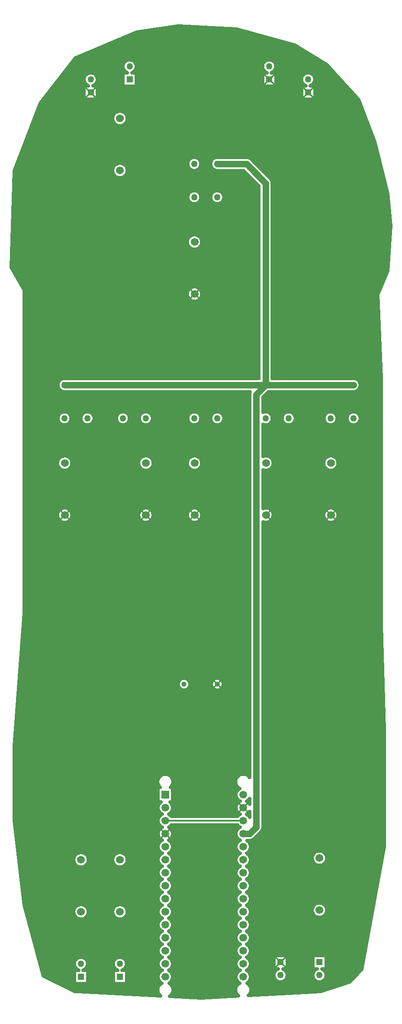
<source format=gbr>
G04 DipTrace 3.3.1.3*
G04 Bottom.gbr*
%MOIN*%
G04 #@! TF.FileFunction,Copper,L2,Bot*
G04 #@! TF.Part,Single*
G04 #@! TA.AperFunction,Conductor*
%ADD13C,0.012992*%
G04 #@! TA.AperFunction,ComponentPad*
%ADD14C,0.05*%
G04 #@! TA.AperFunction,CopperBalancing*
%ADD15C,0.025*%
%ADD16C,0.013*%
G04 #@! TA.AperFunction,ComponentPad*
%ADD17R,0.059055X0.059055*%
%ADD18C,0.059055*%
%ADD19R,0.05X0.05*%
%ADD20C,0.0394*%
%ADD21C,0.06*%
%ADD22C,0.06*%
%ADD23C,0.05*%
%FSLAX26Y26*%
G04*
G70*
G90*
G75*
G01*
G04 Bottom*
%LPD*%
X1041501Y5168700D2*
D14*
X1218700D1*
X1491501D2*
X1218700D1*
X1491501D2*
X1668700D1*
X2041501D1*
X2218700D1*
X2591501D1*
X2768700D1*
X3091501D1*
X3268700D2*
X3091501D1*
X2218700Y6868700D2*
X2443700D1*
X2591501Y6720899D1*
Y5168700D1*
X2418700Y1718700D2*
X2468700D1*
X2518700Y1768700D1*
Y5095899D1*
X2591501Y5168700D1*
X1818700Y1818700D2*
D13*
X2418700D1*
X1760518Y7906331D2*
D15*
X2363503D1*
X1599361Y7881462D2*
X2453536D1*
X1540296Y7856594D2*
X2543067D1*
X1481230Y7831725D2*
X2632599D1*
X1422166Y7806856D2*
X2722129D1*
X1363100Y7781987D2*
X2811410D1*
X1304035Y7757119D2*
X2852856D1*
X1244969Y7732250D2*
X2894338D1*
X1185903Y7707381D2*
X2935784D1*
X1128310Y7682512D2*
X2977230D1*
X1108752Y7657644D2*
X1507486D1*
X1579913D2*
X2582504D1*
X2654894D2*
X3018676D1*
X1089231Y7632775D2*
X1491661D1*
X1595737D2*
X2566644D1*
X2670755D2*
X3059226D1*
X1069675Y7607906D2*
X1490835D1*
X1596562D2*
X2565854D1*
X2671545D2*
X3081833D1*
X1050154Y7583037D2*
X1504041D1*
X1583357D2*
X2579060D1*
X2658339D2*
X3104440D1*
X1030598Y7558169D2*
X1208104D1*
X1279275D2*
X1489687D1*
X1597710D2*
X2564705D1*
X2672693D2*
X2883106D1*
X2954276D2*
X3127046D1*
X1011077Y7533300D2*
X1191813D1*
X1295602D2*
X1489687D1*
X1597710D2*
X2564705D1*
X2672693D2*
X2866814D1*
X2970604D2*
X3149654D1*
X991519Y7508431D2*
X1190735D1*
X1296678D2*
X1489687D1*
X1597710D2*
X2564705D1*
X2672693D2*
X2865738D1*
X2971680D2*
X3172260D1*
X971998Y7483562D2*
X1203546D1*
X1283868D2*
X1489687D1*
X1597710D2*
X2564705D1*
X2672693D2*
X2878549D1*
X2958834D2*
X3194903D1*
X952441Y7458693D2*
X1189696D1*
X1297683D2*
X2864697D1*
X2972686D2*
X3217511D1*
X932920Y7433825D2*
X1189696D1*
X1297683D2*
X2864697D1*
X2972686D2*
X3240117D1*
X913364Y7408956D2*
X1189696D1*
X1297683D2*
X2864697D1*
X2972686D2*
X3262725D1*
X893843Y7384087D2*
X1189696D1*
X1297683D2*
X2864697D1*
X2972686D2*
X3285333D1*
X874285Y7359218D2*
X3306468D1*
X856020Y7334350D2*
X3316012D1*
X846546Y7309481D2*
X3325594D1*
X837074Y7284612D2*
X3335140D1*
X827600Y7259743D2*
X1427356D1*
X1510045D2*
X3344720D1*
X818127Y7234875D2*
X1412070D1*
X1525333D2*
X3354266D1*
X808653Y7210006D2*
X1410384D1*
X1527019D2*
X3363847D1*
X799180Y7185137D2*
X1420754D1*
X1516649D2*
X3373392D1*
X789707Y7160268D2*
X3382973D1*
X780233Y7135399D2*
X3392554D1*
X770759Y7110531D2*
X3402099D1*
X761287Y7085662D2*
X3411680D1*
X751813Y7060793D2*
X3421225D1*
X742339Y7035924D2*
X3430268D1*
X732865Y7011056D2*
X3436476D1*
X723393Y6986187D2*
X3442684D1*
X713919Y6961318D2*
X3448928D1*
X704445Y6936449D2*
X3455136D1*
X694972Y6911581D2*
X2010474D1*
X2072531D2*
X2187671D1*
X2474720D2*
X3461344D1*
X685499Y6886712D2*
X1990738D1*
X2092230D2*
X2167970D1*
X2501023D2*
X3467552D1*
X676025Y6861843D2*
X1429725D1*
X1507678D2*
X1987976D1*
X2095029D2*
X2165171D1*
X2525892D2*
X3473796D1*
X666552Y6836974D2*
X1412751D1*
X1524650D2*
X1998418D1*
X2084552D2*
X2175649D1*
X2550759D2*
X3480003D1*
X658478Y6812106D2*
X1410096D1*
X1527306D2*
X2424973D1*
X2575627D2*
X3486212D1*
X657653Y6787237D2*
X1419283D1*
X1518120D2*
X2449840D1*
X2600494D2*
X3492419D1*
X656827Y6762368D2*
X1461842D1*
X1475539D2*
X2474708D1*
X2625361D2*
X3498663D1*
X656002Y6737499D2*
X2499575D1*
X2642766D2*
X3504872D1*
X655176Y6712630D2*
X2524444D1*
X2645493D2*
X3511079D1*
X654351Y6687762D2*
X2537506D1*
X2645493D2*
X3517288D1*
X653525Y6662893D2*
X2027053D1*
X2055917D2*
X2204249D1*
X2233148D2*
X2537506D1*
X2645493D2*
X3523531D1*
X652701Y6638024D2*
X1994111D1*
X2088893D2*
X2171308D1*
X2266090D2*
X2537506D1*
X2645493D2*
X3529201D1*
X651839Y6613155D2*
X1987508D1*
X2095497D2*
X2164705D1*
X2272692D2*
X2537506D1*
X2645493D2*
X3531676D1*
X651014Y6588287D2*
X1993717D1*
X2089288D2*
X2170913D1*
X2266485D2*
X2537506D1*
X2645493D2*
X3534188D1*
X650188Y6563418D2*
X2024361D1*
X2058644D2*
X2201558D1*
X2235839D2*
X2537506D1*
X2645493D2*
X3536665D1*
X649364Y6538549D2*
X2537506D1*
X2645493D2*
X3539141D1*
X648539Y6513680D2*
X2537506D1*
X2645493D2*
X3541653D1*
X647713Y6488812D2*
X2537506D1*
X2645493D2*
X3544129D1*
X646888Y6463943D2*
X2537506D1*
X2645493D2*
X3546604D1*
X646062Y6439074D2*
X2537506D1*
X2645493D2*
X3549116D1*
X645237Y6414205D2*
X2537506D1*
X2645493D2*
X3551592D1*
X644411Y6389336D2*
X2537506D1*
X2645493D2*
X3553351D1*
X643550Y6364468D2*
X2537506D1*
X2645493D2*
X3551592D1*
X642725Y6339599D2*
X2537506D1*
X2645493D2*
X3549798D1*
X641899Y6314730D2*
X2008430D1*
X2078953D2*
X2537506D1*
X2645493D2*
X3548040D1*
X641074Y6289861D2*
X1988800D1*
X2098582D2*
X2537506D1*
X2645493D2*
X3546246D1*
X640249Y6264993D2*
X1984817D1*
X2102565D2*
X2537506D1*
X2645493D2*
X3544487D1*
X639423Y6240124D2*
X1992461D1*
X2094959D2*
X2537506D1*
X2645493D2*
X3542693D1*
X638598Y6215255D2*
X2022890D1*
X2064528D2*
X2537506D1*
X2645493D2*
X3540935D1*
X637773Y6190386D2*
X2537506D1*
X2645493D2*
X3539141D1*
X636948Y6165518D2*
X2537506D1*
X2645493D2*
X3537382D1*
X636123Y6140649D2*
X2537506D1*
X2645493D2*
X3535588D1*
X635260Y6115780D2*
X2537506D1*
X2645493D2*
X3533830D1*
X634436Y6090911D2*
X2537506D1*
X2645493D2*
X3532036D1*
X637127Y6066043D2*
X2537506D1*
X2645493D2*
X3530277D1*
X651336Y6041174D2*
X2537506D1*
X2645493D2*
X3526510D1*
X665548Y6016305D2*
X2537506D1*
X2645493D2*
X3515852D1*
X679758Y5991436D2*
X2537506D1*
X2645493D2*
X3505195D1*
X693968Y5966567D2*
X2537506D1*
X2645493D2*
X3494537D1*
X708178Y5941699D2*
X2537506D1*
X2645493D2*
X3483878D1*
X722388Y5916830D2*
X2011623D1*
X2075796D2*
X2537506D1*
X2645493D2*
X3473221D1*
X733691Y5891961D2*
X1989697D1*
X2097686D2*
X2537506D1*
X2645493D2*
X3462564D1*
X733691Y5867092D2*
X1984709D1*
X2102672D2*
X2537506D1*
X2645493D2*
X3453737D1*
X733691Y5842224D2*
X1991276D1*
X2096107D2*
X2537506D1*
X2645493D2*
X3454705D1*
X733691Y5817355D2*
X2017616D1*
X2069767D2*
X2537506D1*
X2645493D2*
X3455674D1*
X733691Y5792486D2*
X2537506D1*
X2645493D2*
X3456607D1*
X733691Y5767617D2*
X2537506D1*
X2645493D2*
X3457577D1*
X733691Y5742749D2*
X2537506D1*
X2645493D2*
X3458545D1*
X733691Y5717880D2*
X2537506D1*
X2645493D2*
X3459478D1*
X733691Y5693011D2*
X2537506D1*
X2645493D2*
X3460447D1*
X733691Y5668142D2*
X2537506D1*
X2645493D2*
X3461415D1*
X733691Y5643273D2*
X2537506D1*
X2645493D2*
X3462348D1*
X733691Y5618405D2*
X2537506D1*
X2645493D2*
X3463318D1*
X733691Y5593536D2*
X2537506D1*
X2645493D2*
X3464287D1*
X733691Y5568667D2*
X2537506D1*
X2645493D2*
X3465220D1*
X733691Y5543798D2*
X2537506D1*
X2645493D2*
X3466188D1*
X733691Y5518930D2*
X2537506D1*
X2645493D2*
X3467157D1*
X733691Y5494061D2*
X2537506D1*
X2645493D2*
X3468090D1*
X733691Y5469192D2*
X2537506D1*
X2645493D2*
X3469060D1*
X733691Y5444323D2*
X2537506D1*
X2645493D2*
X3470028D1*
X733691Y5419455D2*
X2537506D1*
X2645493D2*
X3470961D1*
X733691Y5394586D2*
X2537506D1*
X2645493D2*
X3471930D1*
X733691Y5369717D2*
X2537506D1*
X2645493D2*
X3472898D1*
X733691Y5344848D2*
X2537506D1*
X2645493D2*
X3473831D1*
X733691Y5319980D2*
X2537506D1*
X2645493D2*
X3474801D1*
X733691Y5295111D2*
X2537506D1*
X2645493D2*
X3475770D1*
X733691Y5270242D2*
X2537506D1*
X2645493D2*
X3476703D1*
X733691Y5245373D2*
X2537506D1*
X2645493D2*
X3477671D1*
X733691Y5220504D2*
X2537506D1*
X2645493D2*
X3478604D1*
X733691Y5195636D2*
X995095D1*
X3315092D2*
X3478712D1*
X733691Y5170767D2*
X987560D1*
X3322663D2*
X3478712D1*
X733691Y5145898D2*
X992835D1*
X3317389D2*
X3478712D1*
X733691Y5121029D2*
X1019497D1*
X3290691D2*
X3478712D1*
X733691Y5096161D2*
X2464696D1*
X2594287D2*
X3478712D1*
X733691Y5071292D2*
X2464696D1*
X2572684D2*
X3478712D1*
X733691Y5046423D2*
X2464696D1*
X2572684D2*
X3478712D1*
X733691Y5021554D2*
X2464696D1*
X2572684D2*
X3478712D1*
X733691Y4996686D2*
X2464696D1*
X2572684D2*
X3478712D1*
X733691Y4971817D2*
X2464696D1*
X2572684D2*
X3478712D1*
X733691Y4946948D2*
X1000443D1*
X1082557D2*
X1177638D1*
X1259754D2*
X1450466D1*
X1532545D2*
X1627662D1*
X1709741D2*
X2000462D1*
X2082543D2*
X2177659D1*
X2259738D2*
X2464696D1*
X2632539D2*
X2727655D1*
X2809735D2*
X3050470D1*
X3132549D2*
X3227666D1*
X3309745D2*
X3478712D1*
X733691Y4922079D2*
X988350D1*
X1094650D2*
X1165545D1*
X1271847D2*
X1438336D1*
X1544674D2*
X1615533D1*
X1721871D2*
X1988334D1*
X2094671D2*
X2165529D1*
X2271867D2*
X2464696D1*
X2644667D2*
X2715527D1*
X2821864D2*
X3038340D1*
X3144642D2*
X3215537D1*
X3321838D2*
X3478712D1*
X733691Y4897210D2*
X989928D1*
X1093071D2*
X1167124D1*
X1270304D2*
X1439915D1*
X1543095D2*
X1617112D1*
X1720291D2*
X1989913D1*
X2093092D2*
X2167109D1*
X2270288D2*
X2464696D1*
X2643088D2*
X2717106D1*
X2820285D2*
X3039920D1*
X3143099D2*
X3217116D1*
X3320296D2*
X3478712D1*
X733691Y4872342D2*
X1007117D1*
X1075882D2*
X1184313D1*
X1253079D2*
X1457140D1*
X1525871D2*
X1634336D1*
X1703066D2*
X2007137D1*
X2075868D2*
X2184334D1*
X2253064D2*
X2464696D1*
X2625864D2*
X2734330D1*
X2803061D2*
X3057145D1*
X3125875D2*
X3234340D1*
X3303071D2*
X3478712D1*
X733691Y4847473D2*
X2464696D1*
X2572684D2*
X3478712D1*
X733691Y4822604D2*
X2464696D1*
X2572684D2*
X3478712D1*
X733691Y4797735D2*
X2464696D1*
X2572684D2*
X3478712D1*
X733691Y4772867D2*
X2464696D1*
X2572684D2*
X3478712D1*
X733691Y4747998D2*
X2464696D1*
X2572684D2*
X3478712D1*
X733691Y4723129D2*
X2464696D1*
X2572684D2*
X3478712D1*
X733691Y4698260D2*
X2464696D1*
X2572684D2*
X3478712D1*
X733691Y4673392D2*
X2464696D1*
X2572684D2*
X3478712D1*
X733691Y4648523D2*
X2464696D1*
X2572684D2*
X3478712D1*
X733691Y4623654D2*
X1028073D1*
X1059340D2*
X1653067D1*
X1684335D2*
X2028058D1*
X2059325D2*
X2464696D1*
X2609322D2*
X3078065D1*
X3109333D2*
X3478712D1*
X733691Y4598785D2*
X993373D1*
X1094040D2*
X1618368D1*
X1719035D2*
X1993393D1*
X2094025D2*
X2464696D1*
X2644022D2*
X3043365D1*
X3144032D2*
X3478712D1*
X733691Y4573917D2*
X984940D1*
X1102473D2*
X1609935D1*
X1727468D2*
X1984924D1*
X2102457D2*
X2464696D1*
X2652455D2*
X3034932D1*
X3152465D2*
X3478712D1*
X733691Y4549048D2*
X988242D1*
X1099171D2*
X1613237D1*
X1724167D2*
X1988226D1*
X2099157D2*
X2464696D1*
X2649190D2*
X3038233D1*
X3149163D2*
X3478712D1*
X733691Y4524179D2*
X1006399D1*
X1080978D2*
X1631430D1*
X1705973D2*
X2006419D1*
X2080999D2*
X2464696D1*
X2630995D2*
X3056427D1*
X3130970D2*
X3478712D1*
X733691Y4499310D2*
X2464696D1*
X2572684D2*
X3478712D1*
X733691Y4474441D2*
X2464696D1*
X2572684D2*
X3478712D1*
X733691Y4449573D2*
X2464696D1*
X2572684D2*
X3478712D1*
X733691Y4424704D2*
X2464696D1*
X2572684D2*
X3478712D1*
X733691Y4399835D2*
X2464696D1*
X2572684D2*
X3478712D1*
X733691Y4374966D2*
X2464696D1*
X2572684D2*
X3478712D1*
X733691Y4350098D2*
X2464696D1*
X2572684D2*
X3478712D1*
X733691Y4325229D2*
X2464696D1*
X2572684D2*
X3478712D1*
X733691Y4300360D2*
X2464696D1*
X2572684D2*
X3478712D1*
X733691Y4275491D2*
X2464696D1*
X2572684D2*
X3478712D1*
X733691Y4250623D2*
X2464696D1*
X2572684D2*
X3478712D1*
X733691Y4225754D2*
X2464696D1*
X2572684D2*
X3478712D1*
X733691Y4200885D2*
X994772D1*
X1092641D2*
X1619767D1*
X1717636D2*
X1994758D1*
X2092625D2*
X2464696D1*
X2642623D2*
X3044764D1*
X3142633D2*
X3478712D1*
X733691Y4176016D2*
X985191D1*
X1102222D2*
X1610187D1*
X1727217D2*
X1985176D1*
X2102207D2*
X2464696D1*
X2652239D2*
X3035183D1*
X3152213D2*
X3478712D1*
X733691Y4151148D2*
X987487D1*
X1099889D2*
X1612483D1*
X1724920D2*
X1987508D1*
X2099910D2*
X2464696D1*
X2649907D2*
X3037480D1*
X3149917D2*
X3478712D1*
X733691Y4126279D2*
X1003888D1*
X1083527D2*
X1628882D1*
X1708522D2*
X2003872D1*
X2083511D2*
X2464696D1*
X2633508D2*
X3053878D1*
X3133518D2*
X3478712D1*
X733691Y4101410D2*
X2464696D1*
X2572684D2*
X3478712D1*
X733691Y4076541D2*
X2464696D1*
X2572684D2*
X3478712D1*
X733691Y4051672D2*
X2464696D1*
X2572684D2*
X3478712D1*
X733691Y4026804D2*
X2464696D1*
X2572684D2*
X3478712D1*
X733691Y4001935D2*
X2464696D1*
X2572684D2*
X3478712D1*
X733691Y3977066D2*
X2464696D1*
X2572684D2*
X3478712D1*
X733691Y3952197D2*
X2464696D1*
X2572684D2*
X3478712D1*
X733691Y3927329D2*
X2464696D1*
X2572684D2*
X3478712D1*
X733691Y3902460D2*
X2464696D1*
X2572684D2*
X3478712D1*
X733691Y3877591D2*
X2464696D1*
X2572684D2*
X3478712D1*
X733691Y3852722D2*
X2464696D1*
X2572684D2*
X3478712D1*
X733691Y3827854D2*
X2464696D1*
X2572684D2*
X3478712D1*
X733691Y3802985D2*
X2464696D1*
X2572684D2*
X3478712D1*
X733691Y3778116D2*
X2464696D1*
X2572684D2*
X3478712D1*
X733691Y3753247D2*
X2464696D1*
X2572684D2*
X3478712D1*
X733691Y3728378D2*
X2464696D1*
X2572684D2*
X3478712D1*
X733691Y3703510D2*
X2464696D1*
X2572684D2*
X3478712D1*
X733691Y3678641D2*
X2464696D1*
X2572684D2*
X3478712D1*
X733691Y3653772D2*
X2464696D1*
X2572684D2*
X3478712D1*
X733691Y3628903D2*
X2464696D1*
X2572684D2*
X3478712D1*
X733691Y3604035D2*
X2464696D1*
X2572684D2*
X3478712D1*
X733691Y3579166D2*
X2464696D1*
X2572684D2*
X3478712D1*
X733691Y3554297D2*
X2464696D1*
X2572684D2*
X3478712D1*
X733691Y3529428D2*
X2464696D1*
X2572684D2*
X3478712D1*
X733691Y3504560D2*
X2464696D1*
X2572684D2*
X3478712D1*
X733691Y3479691D2*
X2464696D1*
X2572684D2*
X3478712D1*
X733691Y3454822D2*
X2464696D1*
X2572684D2*
X3478712D1*
X733691Y3429953D2*
X2464696D1*
X2572684D2*
X3478712D1*
X732722Y3405085D2*
X2464696D1*
X2572684D2*
X3478712D1*
X730928Y3380216D2*
X2464696D1*
X2572684D2*
X3478712D1*
X729098Y3355347D2*
X2464696D1*
X2572684D2*
X3478712D1*
X727268Y3330478D2*
X2464696D1*
X2572684D2*
X3478712D1*
X725474Y3305609D2*
X2464696D1*
X2572684D2*
X3479107D1*
X723644Y3280741D2*
X2464696D1*
X2572684D2*
X3479896D1*
X721814Y3255872D2*
X2464696D1*
X2572684D2*
X3480650D1*
X719983Y3231003D2*
X2464696D1*
X2572684D2*
X3481439D1*
X718190Y3206134D2*
X2464696D1*
X2572684D2*
X3482229D1*
X716359Y3181266D2*
X2464696D1*
X2572684D2*
X3482982D1*
X714529Y3156397D2*
X2464696D1*
X2572684D2*
X3483771D1*
X712735Y3131528D2*
X2464696D1*
X2572684D2*
X3484525D1*
X710905Y3106659D2*
X2464696D1*
X2572684D2*
X3485314D1*
X709075Y3081791D2*
X2464696D1*
X2572684D2*
X3486104D1*
X707245Y3056922D2*
X2464696D1*
X2572684D2*
X3486857D1*
X705451Y3032053D2*
X2464696D1*
X2572684D2*
X3487648D1*
X703620Y3007184D2*
X2464696D1*
X2572684D2*
X3488436D1*
X701791Y2982315D2*
X2464696D1*
X2572684D2*
X3489190D1*
X699997Y2957447D2*
X2464696D1*
X2572684D2*
X3489980D1*
X698166Y2932578D2*
X2464696D1*
X2572684D2*
X3490768D1*
X696336Y2907709D2*
X1935548D1*
X1990032D2*
X2191439D1*
X2245959D2*
X2464696D1*
X2572684D2*
X3491523D1*
X694541Y2882840D2*
X1916314D1*
X2009267D2*
X2172204D1*
X2265192D2*
X2464696D1*
X2572684D2*
X3492312D1*
X692712Y2857972D2*
X1915346D1*
X2010235D2*
X2171271D1*
X2266125D2*
X2464696D1*
X2572684D2*
X3493102D1*
X690881Y2833103D2*
X1930847D1*
X1994733D2*
X2186738D1*
X2250659D2*
X2464696D1*
X2572684D2*
X3493855D1*
X689052Y2808234D2*
X2464696D1*
X2572684D2*
X3494645D1*
X687258Y2783365D2*
X2464696D1*
X2572684D2*
X3495434D1*
X685427Y2758497D2*
X2464696D1*
X2572684D2*
X3496187D1*
X683596Y2733628D2*
X2464696D1*
X2572684D2*
X3496977D1*
X681802Y2708759D2*
X2464696D1*
X2572684D2*
X3497767D1*
X679973Y2683890D2*
X2464696D1*
X2572684D2*
X3498520D1*
X678142Y2659022D2*
X2464696D1*
X2572684D2*
X3499309D1*
X676313Y2634153D2*
X2464696D1*
X2572684D2*
X3500099D1*
X674519Y2609284D2*
X2464696D1*
X2572684D2*
X3500852D1*
X672688Y2584415D2*
X2464696D1*
X2572684D2*
X3501642D1*
X670857Y2559546D2*
X2464696D1*
X2572684D2*
X3502431D1*
X669064Y2534678D2*
X2464696D1*
X2572684D2*
X3503184D1*
X667234Y2509809D2*
X2464696D1*
X2572684D2*
X3503687D1*
X665403Y2484940D2*
X2464696D1*
X2572684D2*
X3503687D1*
X663574Y2460071D2*
X2464696D1*
X2572684D2*
X3503687D1*
X661779Y2435203D2*
X2464696D1*
X2572684D2*
X3503687D1*
X659949Y2410334D2*
X2464696D1*
X2572684D2*
X3503687D1*
X658693Y2385465D2*
X2464696D1*
X2572684D2*
X3503687D1*
X658693Y2360596D2*
X2464696D1*
X2572684D2*
X3503687D1*
X658693Y2335728D2*
X2464696D1*
X2572684D2*
X3503687D1*
X658693Y2310859D2*
X2464696D1*
X2572684D2*
X3503687D1*
X658693Y2285990D2*
X2464696D1*
X2572684D2*
X3503687D1*
X658693Y2261121D2*
X2464696D1*
X2572684D2*
X3503687D1*
X658693Y2236252D2*
X2464696D1*
X2572684D2*
X3503687D1*
X658693Y2211384D2*
X2464696D1*
X2572684D2*
X3503687D1*
X658693Y2186515D2*
X2464696D1*
X2572684D2*
X3503687D1*
X658693Y2161646D2*
X1775756D1*
X1861638D2*
X2375739D1*
X2572684D2*
X3503687D1*
X658693Y2136777D2*
X1760039D1*
X1877356D2*
X2360023D1*
X2572684D2*
X3503687D1*
X658693Y2111909D2*
X1757599D1*
X1879796D2*
X2357582D1*
X2572684D2*
X3503687D1*
X658693Y2087040D2*
X1766426D1*
X1870969D2*
X2366410D1*
X2572684D2*
X3503687D1*
X658693Y2062171D2*
X1760182D1*
X1877213D2*
X2380871D1*
X2572684D2*
X3503687D1*
X658693Y2037302D2*
X1760182D1*
X1877213D2*
X2363360D1*
X2572684D2*
X3503687D1*
X658693Y2012434D2*
X1760182D1*
X1877213D2*
X2360524D1*
X2572684D2*
X3503687D1*
X658693Y1987565D2*
X1760182D1*
X1877213D2*
X2369603D1*
X2572684D2*
X3503687D1*
X658693Y1962696D2*
X1760182D1*
X1877213D2*
X2381516D1*
X2455881D2*
X2464703D1*
X2572684D2*
X3503687D1*
X658693Y1937827D2*
X1763556D1*
X1873876D2*
X2363539D1*
X2572684D2*
X3503687D1*
X658693Y1912959D2*
X1760469D1*
X1876926D2*
X2360453D1*
X2572684D2*
X3503687D1*
X658693Y1888090D2*
X1769260D1*
X1868134D2*
X2369280D1*
X2572684D2*
X3503687D1*
X658693Y1863221D2*
X1782179D1*
X1855216D2*
X2382199D1*
X2455199D2*
X2464708D1*
X2572684D2*
X3503687D1*
X658693Y1838352D2*
X1763734D1*
X2572684D2*
X3503687D1*
X659375Y1813483D2*
X1760434D1*
X2572684D2*
X3503687D1*
X662246Y1788615D2*
X1768938D1*
X2572684D2*
X3503687D1*
X665116Y1763746D2*
X1782897D1*
X1854533D2*
X2382881D1*
X2572469D2*
X3503687D1*
X667987Y1738877D2*
X1763914D1*
X1873481D2*
X2363934D1*
X2563175D2*
X3503687D1*
X670857Y1714008D2*
X1760361D1*
X1877033D2*
X2360381D1*
X2539348D2*
X3503687D1*
X673729Y1689140D2*
X1768615D1*
X1868780D2*
X2368599D1*
X2514480D2*
X3503687D1*
X676599Y1664271D2*
X1783615D1*
X1853780D2*
X2383598D1*
X2453800D2*
X3503687D1*
X679470Y1639402D2*
X1764129D1*
X1873266D2*
X2364149D1*
X2473249D2*
X3503687D1*
X682340Y1614533D2*
X1760326D1*
X1877069D2*
X2360346D1*
X2477088D2*
X3502718D1*
X685212Y1589665D2*
X1768292D1*
X1869103D2*
X2368276D1*
X2469123D2*
X3498125D1*
X688082Y1564796D2*
X1133537D1*
X1203882D2*
X1433528D1*
X1503873D2*
X1784368D1*
X1853062D2*
X2384352D1*
X2453046D2*
X2958284D1*
X3054142D2*
X3493567D1*
X690953Y1539927D2*
X1113836D1*
X1223546D2*
X1413829D1*
X1523574D2*
X1764344D1*
X1873050D2*
X2364364D1*
X2473033D2*
X2947877D1*
X3064512D2*
X3488974D1*
X693823Y1515058D2*
X1109817D1*
X1227565D2*
X1409809D1*
X1527592D2*
X1760289D1*
X1877106D2*
X2360273D1*
X2477124D2*
X2949564D1*
X3062861D2*
X3484381D1*
X696695Y1490190D2*
X1117424D1*
X1219994D2*
X1417417D1*
X1519986D2*
X1767969D1*
X1869426D2*
X2367953D1*
X2469445D2*
X2964850D1*
X3047575D2*
X3479825D1*
X699565Y1465321D2*
X1147675D1*
X1189708D2*
X1447667D1*
X1489735D2*
X1785121D1*
X1852273D2*
X2385141D1*
X2452256D2*
X3475231D1*
X702436Y1440452D2*
X1764560D1*
X1872835D2*
X2364579D1*
X2472818D2*
X3470638D1*
X705306Y1415583D2*
X1760254D1*
X1877141D2*
X2360273D1*
X2477124D2*
X3466081D1*
X708178Y1390714D2*
X1767646D1*
X1869749D2*
X2367666D1*
X2469733D2*
X3461487D1*
X711048Y1365846D2*
X1785911D1*
X1851483D2*
X2385931D1*
X2451468D2*
X3456894D1*
X713919Y1340977D2*
X1764775D1*
X1872620D2*
X2364794D1*
X2472603D2*
X3452336D1*
X716789Y1316108D2*
X1760218D1*
X1877176D2*
X2360238D1*
X2477161D2*
X3447743D1*
X719661Y1291239D2*
X1767359D1*
X1870036D2*
X2367378D1*
X2470019D2*
X3443150D1*
X722495Y1266371D2*
X1786772D1*
X1850623D2*
X2386756D1*
X2450642D2*
X3438594D1*
X725367Y1241502D2*
X1765027D1*
X1872368D2*
X2365010D1*
X2472388D2*
X3434001D1*
X728237Y1216633D2*
X1760218D1*
X1877176D2*
X2360201D1*
X2477196D2*
X3429407D1*
X731108Y1191764D2*
X1767071D1*
X1870323D2*
X2367056D1*
X2470342D2*
X3424850D1*
X734661Y1166896D2*
X1136730D1*
X1200688D2*
X1436722D1*
X1500680D2*
X1787633D1*
X1849762D2*
X2387617D1*
X2449781D2*
X2959898D1*
X3052491D2*
X3420256D1*
X741443Y1142027D2*
X1114733D1*
X1222649D2*
X1414725D1*
X1522676D2*
X1765242D1*
X1872153D2*
X2365262D1*
X2472137D2*
X2948235D1*
X3064154D2*
X3415699D1*
X748225Y1117158D2*
X1109709D1*
X1227672D2*
X1409737D1*
X1527665D2*
X1760182D1*
X1877213D2*
X2360201D1*
X2477196D2*
X2948990D1*
X3063436D2*
X3411106D1*
X755007Y1092289D2*
X1116241D1*
X1221142D2*
X1416268D1*
X1521134D2*
X1766785D1*
X1870609D2*
X2366805D1*
X2470629D2*
X2962733D1*
X3049657D2*
X3406512D1*
X761789Y1067420D2*
X1142472D1*
X1194911D2*
X1442464D1*
X1494902D2*
X1788531D1*
X1848864D2*
X2388550D1*
X2448884D2*
X3401956D1*
X768570Y1042552D2*
X1765493D1*
X1871902D2*
X2365512D1*
X2471885D2*
X3397363D1*
X775352Y1017683D2*
X1760182D1*
X1877213D2*
X2360166D1*
X2477231D2*
X3392770D1*
X782134Y992814D2*
X1766498D1*
X1870897D2*
X2366518D1*
X2470881D2*
X3388212D1*
X788917Y967945D2*
X1789464D1*
X1847931D2*
X2389483D1*
X2447915D2*
X3383619D1*
X795699Y943077D2*
X1765745D1*
X1871650D2*
X2365764D1*
X2471634D2*
X3379025D1*
X802481Y918208D2*
X1760182D1*
X1877213D2*
X2360166D1*
X2477231D2*
X3374468D1*
X809263Y893339D2*
X1766247D1*
X1871149D2*
X2366230D1*
X2471167D2*
X3369875D1*
X816045Y868470D2*
X1790469D1*
X1846927D2*
X2390487D1*
X2446945D2*
X3365281D1*
X822827Y843602D2*
X1765995D1*
X1871399D2*
X2366015D1*
X2471382D2*
X3360725D1*
X829609Y818733D2*
X1760182D1*
X1877213D2*
X2360166D1*
X2477231D2*
X3356132D1*
X836392Y793864D2*
X1765995D1*
X1871435D2*
X2365980D1*
X2471419D2*
X3351539D1*
X843174Y768995D2*
X1155138D1*
X1182280D2*
X1455130D1*
X1482271D2*
X1790361D1*
X1847070D2*
X2390344D1*
X2447053D2*
X2652191D1*
X2760214D2*
X2952183D1*
X3060207D2*
X3346981D1*
X849956Y744127D2*
X1121407D1*
X1215974D2*
X1421399D1*
X1516002D2*
X1766283D1*
X1871112D2*
X2366266D1*
X2471132D2*
X2652191D1*
X2760214D2*
X2952183D1*
X3060207D2*
X3342388D1*
X856738Y719258D2*
X1114697D1*
X1222686D2*
X1414690D1*
X1522713D2*
X1760182D1*
X1877213D2*
X2360166D1*
X2477231D2*
X2652191D1*
X2760214D2*
X2952183D1*
X3060207D2*
X3337794D1*
X863520Y694389D2*
X1120798D1*
X1216585D2*
X1420789D1*
X1516612D2*
X1765708D1*
X1871687D2*
X2365728D1*
X2471670D2*
X2652191D1*
X2760214D2*
X2952183D1*
X3060207D2*
X3333237D1*
X870302Y669520D2*
X1114697D1*
X1222686D2*
X1414690D1*
X1522713D2*
X1789356D1*
X1848039D2*
X2389376D1*
X2448058D2*
X2669308D1*
X2743098D2*
X2969300D1*
X3043090D2*
X3324338D1*
X877085Y644651D2*
X1114697D1*
X1222686D2*
X1414690D1*
X1522713D2*
X1766533D1*
X1870861D2*
X2366553D1*
X2470844D2*
X2653986D1*
X2758420D2*
X2953977D1*
X3058413D2*
X3299470D1*
X897001Y619783D2*
X1114697D1*
X1222686D2*
X1414690D1*
X1522713D2*
X1760182D1*
X1877213D2*
X2360166D1*
X2477231D2*
X2653483D1*
X2758923D2*
X2953476D1*
X3058915D2*
X3274603D1*
X946735Y594914D2*
X1114697D1*
X1222686D2*
X1414690D1*
X1522713D2*
X1765457D1*
X1871938D2*
X2365477D1*
X2471922D2*
X2667155D1*
X2745251D2*
X2967146D1*
X3045243D2*
X3249735D1*
X996472Y570045D2*
X1114697D1*
X1222686D2*
X1414690D1*
X1522713D2*
X1787132D1*
X1850263D2*
X2387150D1*
X2450247D2*
X3205705D1*
X1046207Y545176D2*
X1763483D1*
X1873911D2*
X2363468D1*
X2473931D2*
X3131102D1*
X1095943Y520308D2*
X1757239D1*
X1880191D2*
X2357224D1*
X2480175D2*
X3056498D1*
X1351007Y495439D2*
X1761977D1*
X1875418D2*
X2361995D1*
X2475438D2*
X2816792D1*
X1855323Y470570D2*
X2356721D1*
X1771859Y2074728D2*
X1779359D1*
X1773836Y2080382D1*
X1768394Y2087873D1*
X1764191Y2096121D1*
X1761330Y2104927D1*
X1759882Y2114071D1*
Y2123329D1*
X1761330Y2132473D1*
X1764191Y2141279D1*
X1768394Y2149527D1*
X1773836Y2157018D1*
X1780382Y2163564D1*
X1787873Y2169006D1*
X1796121Y2173209D1*
X1804927Y2176070D1*
X1814071Y2177518D1*
X1823329D1*
X1832473Y2176070D1*
X1841279Y2173209D1*
X1849527Y2169006D1*
X1857018Y2163564D1*
X1863564Y2157018D1*
X1869006Y2149527D1*
X1873209Y2141279D1*
X1876070Y2132473D1*
X1877518Y2123329D1*
Y2114071D1*
X1876070Y2104927D1*
X1873209Y2096121D1*
X1869006Y2087873D1*
X1863564Y2080382D1*
X1857987Y2074733D1*
X1874728Y2074728D1*
Y1962672D1*
X1853448D1*
X1858318Y1958318D1*
X1864027Y1951632D1*
X1868621Y1944136D1*
X1871985Y1936014D1*
X1874037Y1927465D1*
X1874728Y1918700D1*
X1874037Y1909935D1*
X1871985Y1901386D1*
X1868621Y1893264D1*
X1864027Y1885768D1*
X1858318Y1879082D1*
X1851632Y1873373D1*
X1843964Y1868700D1*
X1851632Y1864027D1*
X1858318Y1858318D1*
X1863974Y1851700D1*
X2373434Y1851696D1*
X2379082Y1858318D1*
X2385768Y1864027D1*
X2393436Y1868700D1*
X2387367Y1872254D1*
X2381561Y1876751D1*
X2376393Y1881969D1*
X2371952Y1887818D1*
X2368314Y1894197D1*
X2365543Y1900998D1*
X2363684Y1908103D1*
X2362771Y1915389D1*
X2362818Y1922733D1*
X2363826Y1930007D1*
X2365776Y1937087D1*
X2368636Y1943852D1*
X2372355Y1950184D1*
X2376871Y1955976D1*
X2382106Y1961125D1*
X2387969Y1965548D1*
X2393431Y1968697D1*
X2385768Y1973373D1*
X2379082Y1979082D1*
X2373373Y1985768D1*
X2368779Y1993264D1*
X2365415Y2001386D1*
X2363363Y2009935D1*
X2362672Y2018700D1*
X2363363Y2027465D1*
X2365415Y2036014D1*
X2368779Y2044136D1*
X2373373Y2051632D1*
X2379082Y2058318D1*
X2385768Y2064027D1*
X2390310Y2066966D1*
X2384020Y2070968D1*
X2376981Y2076981D1*
X2370968Y2084020D1*
X2366130Y2091914D1*
X2362587Y2100468D1*
X2360427Y2109470D1*
X2359700Y2118700D1*
X2360427Y2127930D1*
X2362587Y2136932D1*
X2366130Y2145486D1*
X2370968Y2153380D1*
X2376981Y2160419D1*
X2384020Y2166432D1*
X2391914Y2171270D1*
X2400468Y2174813D1*
X2409470Y2176973D1*
X2418700Y2177700D1*
X2427930Y2176973D1*
X2436932Y2174813D1*
X2445486Y2171270D1*
X2453380Y2166432D1*
X2460419Y2160419D1*
X2466432Y2153380D1*
X2467207Y2152221D1*
X2467359Y5099940D1*
X2468623Y5107922D1*
X2471127Y5115623D1*
X2462892Y5117200D1*
X1037460Y5117359D1*
X1029478Y5118623D1*
X1021792Y5121120D1*
X1014592Y5124789D1*
X1008054Y5129539D1*
X1002339Y5135254D1*
X997590Y5141792D1*
X993920Y5148991D1*
X991423Y5156678D1*
X990159Y5164659D1*
Y5172741D1*
X991423Y5180722D1*
X993920Y5188409D1*
X997590Y5195608D1*
X1002339Y5202146D1*
X1008054Y5207861D1*
X1014592Y5212611D1*
X1021792Y5216280D1*
X1029478Y5218777D1*
X1037460Y5220041D1*
X1069060Y5220200D1*
X2539972D1*
X2540001Y6699556D1*
X2422354Y6817214D1*
X2214659Y6817359D1*
X2206678Y6818623D1*
X2198991Y6821120D1*
X2191792Y6824789D1*
X2185254Y6829539D1*
X2179539Y6835254D1*
X2174789Y6841792D1*
X2171120Y6848991D1*
X2168623Y6856678D1*
X2167359Y6864659D1*
Y6872741D1*
X2168623Y6880722D1*
X2171120Y6888409D1*
X2174789Y6895608D1*
X2179539Y6902146D1*
X2185254Y6907861D1*
X2191792Y6912611D1*
X2198991Y6916280D1*
X2206678Y6918777D1*
X2214659Y6920041D1*
X2246259Y6920200D1*
X2447741Y6920041D1*
X2455722Y6918777D1*
X2463409Y6916280D1*
X2470608Y6912611D1*
X2477146Y6907861D1*
X2499603Y6885629D1*
X2630662Y6754346D1*
X2635411Y6747808D1*
X2639081Y6740608D1*
X2641578Y6732922D1*
X2642842Y6724940D1*
X2643001Y6693340D1*
Y5220187D1*
X3272741Y5220041D1*
X3280722Y5218777D1*
X3288409Y5216280D1*
X3295608Y5212611D1*
X3302146Y5207861D1*
X3307861Y5202146D1*
X3312611Y5195608D1*
X3316280Y5188409D1*
X3318777Y5180722D1*
X3320041Y5172741D1*
Y5164659D1*
X3318777Y5156678D1*
X3316280Y5148991D1*
X3312611Y5141792D1*
X3307861Y5135254D1*
X3302146Y5129539D1*
X3295608Y5124789D1*
X3288409Y5121120D1*
X3280722Y5118623D1*
X3272741Y5117359D1*
X3241141Y5117200D1*
X2612855D1*
X2570191Y5074558D1*
X2570200Y4959648D1*
X2575586Y4961773D1*
X2583444Y4963661D1*
X2591501Y4964294D1*
X2599557Y4963661D1*
X2607415Y4961773D1*
X2614881Y4958682D1*
X2621771Y4954459D1*
X2627917Y4949210D1*
X2633165Y4943065D1*
X2637388Y4936175D1*
X2640480Y4928709D1*
X2642367Y4920851D1*
X2643001Y4912794D1*
X2642367Y4904738D1*
X2640480Y4896880D1*
X2637388Y4889414D1*
X2633165Y4882524D1*
X2627917Y4876378D1*
X2621771Y4871130D1*
X2614881Y4866907D1*
X2607415Y4863815D1*
X2599557Y4861928D1*
X2591501Y4861294D1*
X2583444Y4861928D1*
X2575586Y4863815D1*
X2570200Y4865949D1*
Y4620111D1*
X2576241Y4622435D1*
X2584861Y4624504D1*
X2593700Y4625200D1*
X2602539Y4624504D1*
X2611159Y4622435D1*
X2619351Y4619043D1*
X2626910Y4614410D1*
X2633651Y4608651D1*
X2639410Y4601910D1*
X2644043Y4594351D1*
X2647435Y4586159D1*
X2649504Y4577539D1*
X2650200Y4568700D1*
X2649504Y4559861D1*
X2647435Y4551241D1*
X2644043Y4543049D1*
X2639410Y4535490D1*
X2633651Y4528749D1*
X2626910Y4522990D1*
X2619351Y4518357D1*
X2611159Y4514965D1*
X2602539Y4512896D1*
X2593700Y4512200D1*
X2584861Y4512896D1*
X2576241Y4514965D1*
X2570205Y4517364D1*
X2570200Y4220074D1*
X2577548Y4222842D1*
X2584707Y4224480D1*
X2592018Y4225175D1*
X2599356Y4224917D1*
X2606600Y4223708D1*
X2613627Y4221570D1*
X2620315Y4218539D1*
X2626554Y4214666D1*
X2632239Y4210015D1*
X2637272Y4204667D1*
X2641570Y4198712D1*
X2645058Y4192250D1*
X2647679Y4185389D1*
X2649388Y4178247D1*
X2650155Y4170944D1*
X2649931Y4163197D1*
X2648742Y4155949D1*
X2646624Y4148918D1*
X2643611Y4142221D1*
X2639755Y4135970D1*
X2635121Y4130273D1*
X2629787Y4125226D1*
X2623843Y4120913D1*
X2617390Y4117406D1*
X2610537Y4114767D1*
X2603399Y4113039D1*
X2596098Y4112251D1*
X2588755Y4112417D1*
X2581497Y4113533D1*
X2574444Y4115582D1*
X2570204Y4117325D1*
X2570041Y1764659D1*
X2568777Y1756678D1*
X2566280Y1748991D1*
X2562611Y1741792D1*
X2557861Y1735254D1*
X2535629Y1712797D1*
X2502146Y1679539D1*
X2495608Y1674789D1*
X2488409Y1671120D1*
X2480722Y1668623D1*
X2472741Y1667359D1*
X2446775Y1667200D1*
X2451632Y1664027D1*
X2458318Y1658318D1*
X2464027Y1651632D1*
X2468621Y1644136D1*
X2471985Y1636014D1*
X2474037Y1627465D1*
X2474728Y1618700D1*
X2474037Y1609935D1*
X2471985Y1601386D1*
X2468621Y1593264D1*
X2464027Y1585768D1*
X2458318Y1579082D1*
X2451632Y1573373D1*
X2443964Y1568700D1*
X2451632Y1564027D1*
X2458318Y1558318D1*
X2464027Y1551632D1*
X2468621Y1544136D1*
X2471985Y1536014D1*
X2474037Y1527465D1*
X2474728Y1518700D1*
X2474037Y1509935D1*
X2471985Y1501386D1*
X2468621Y1493264D1*
X2464027Y1485768D1*
X2458318Y1479082D1*
X2451632Y1473373D1*
X2443964Y1468700D1*
X2451632Y1464027D1*
X2458318Y1458318D1*
X2464027Y1451632D1*
X2468621Y1444136D1*
X2471985Y1436014D1*
X2474037Y1427465D1*
X2474728Y1418700D1*
X2474037Y1409935D1*
X2471985Y1401386D1*
X2468621Y1393264D1*
X2464027Y1385768D1*
X2458318Y1379082D1*
X2451632Y1373373D1*
X2443964Y1368700D1*
X2451632Y1364027D1*
X2458318Y1358318D1*
X2464027Y1351632D1*
X2468621Y1344136D1*
X2471985Y1336014D1*
X2474037Y1327465D1*
X2474728Y1318700D1*
X2474037Y1309935D1*
X2471985Y1301386D1*
X2468621Y1293264D1*
X2464027Y1285768D1*
X2458318Y1279082D1*
X2451632Y1273373D1*
X2443964Y1268700D1*
X2451632Y1264027D1*
X2458318Y1258318D1*
X2464027Y1251632D1*
X2468621Y1244136D1*
X2471985Y1236014D1*
X2474037Y1227465D1*
X2474728Y1218700D1*
X2474037Y1209935D1*
X2471985Y1201386D1*
X2468621Y1193264D1*
X2464027Y1185768D1*
X2458318Y1179082D1*
X2451632Y1173373D1*
X2443964Y1168700D1*
X2451632Y1164027D1*
X2458318Y1158318D1*
X2464027Y1151632D1*
X2468621Y1144136D1*
X2471985Y1136014D1*
X2474037Y1127465D1*
X2474728Y1118700D1*
X2474037Y1109935D1*
X2471985Y1101386D1*
X2468621Y1093264D1*
X2464027Y1085768D1*
X2458318Y1079082D1*
X2451632Y1073373D1*
X2443964Y1068700D1*
X2451632Y1064027D1*
X2458318Y1058318D1*
X2464027Y1051632D1*
X2468621Y1044136D1*
X2471985Y1036014D1*
X2474037Y1027465D1*
X2474728Y1018700D1*
X2474037Y1009935D1*
X2471985Y1001386D1*
X2468621Y993264D1*
X2464027Y985768D1*
X2458318Y979082D1*
X2451632Y973373D1*
X2443964Y968700D1*
X2451632Y964027D1*
X2458318Y958318D1*
X2464027Y951632D1*
X2468621Y944136D1*
X2471985Y936014D1*
X2474037Y927465D1*
X2474728Y918700D1*
X2474037Y909935D1*
X2471985Y901386D1*
X2468621Y893264D1*
X2464027Y885768D1*
X2458318Y879082D1*
X2451632Y873373D1*
X2443964Y868700D1*
X2451632Y864027D1*
X2458318Y858318D1*
X2464027Y851632D1*
X2468621Y844136D1*
X2471985Y836014D1*
X2474037Y827465D1*
X2474728Y818700D1*
X2474037Y809935D1*
X2471985Y801386D1*
X2468621Y793264D1*
X2464027Y785768D1*
X2458318Y779082D1*
X2451632Y773373D1*
X2443964Y768700D1*
X2451632Y764027D1*
X2458318Y758318D1*
X2464027Y751632D1*
X2468621Y744136D1*
X2471985Y736014D1*
X2474037Y727465D1*
X2474728Y718700D1*
X2474037Y709935D1*
X2471985Y701386D1*
X2468621Y693264D1*
X2464027Y685768D1*
X2458318Y679082D1*
X2451632Y673373D1*
X2443964Y668700D1*
X2451632Y664027D1*
X2458318Y658318D1*
X2464027Y651632D1*
X2468621Y644136D1*
X2471985Y636014D1*
X2474037Y627465D1*
X2474728Y618700D1*
X2474037Y609935D1*
X2471985Y601386D1*
X2468621Y593264D1*
X2464027Y585768D1*
X2458318Y579082D1*
X2451632Y573373D1*
X2447090Y570434D1*
X2453380Y566432D1*
X2460419Y560419D1*
X2466432Y553380D1*
X2471270Y545486D1*
X2474813Y536932D1*
X2476973Y527930D1*
X2477700Y518700D1*
X2476973Y509470D1*
X2474813Y500468D1*
X2471270Y491914D1*
X2466432Y484020D1*
X2460419Y476981D1*
X2459343Y475986D1*
X3016371Y506092D1*
X3236935Y579621D1*
X3332120Y674797D1*
X3506199Y1619838D1*
X3506200Y2518525D1*
X3481200Y3318700D1*
Y5218432D1*
X3456251Y5869833D1*
X3456860Y5872708D1*
X3531380Y6046686D1*
X3556155Y6393525D1*
X3531354Y6641544D1*
X3431766Y7039899D1*
X3307884Y7361999D1*
X3060697Y7633920D1*
X2813743Y7782096D1*
X2366662Y7906293D1*
X1919321Y7931146D1*
X1597151Y7881585D1*
X1126512Y7683427D1*
X854705Y7337474D1*
X656136Y6816230D1*
X631310Y6071813D1*
X730249Y5898483D1*
X731046Y5895655D1*
X731200Y5884514D1*
X731167Y3417788D1*
X656201Y2393259D1*
X656200Y1819402D1*
X731008Y1171078D1*
X879288Y627385D1*
X1121649Y506201D1*
X1144357Y506183D1*
X1781818Y472632D1*
X1776981Y476981D1*
X1770968Y484020D1*
X1766130Y491914D1*
X1762587Y500468D1*
X1760427Y509470D1*
X1759700Y518700D1*
X1760427Y527930D1*
X1762587Y536932D1*
X1766130Y545486D1*
X1770968Y553380D1*
X1776981Y560419D1*
X1784020Y566432D1*
X1790319Y570376D1*
X1785768Y573373D1*
X1779082Y579082D1*
X1773373Y585768D1*
X1768779Y593264D1*
X1765415Y601386D1*
X1763363Y609935D1*
X1762672Y618700D1*
X1763363Y627465D1*
X1765415Y636014D1*
X1768779Y644136D1*
X1773373Y651632D1*
X1779082Y658318D1*
X1785768Y664027D1*
X1793436Y668700D1*
X1785768Y673373D1*
X1779082Y679082D1*
X1773373Y685768D1*
X1768779Y693264D1*
X1765415Y701386D1*
X1763363Y709935D1*
X1762672Y718700D1*
X1763363Y727465D1*
X1765415Y736014D1*
X1768779Y744136D1*
X1773373Y751632D1*
X1779082Y758318D1*
X1785768Y764027D1*
X1793436Y768700D1*
X1785768Y773373D1*
X1779082Y779082D1*
X1773373Y785768D1*
X1768779Y793264D1*
X1765415Y801386D1*
X1763363Y809935D1*
X1762672Y818700D1*
X1763363Y827465D1*
X1765415Y836014D1*
X1768779Y844136D1*
X1773373Y851632D1*
X1779082Y858318D1*
X1785768Y864027D1*
X1793436Y868700D1*
X1785768Y873373D1*
X1779082Y879082D1*
X1773373Y885768D1*
X1768779Y893264D1*
X1765415Y901386D1*
X1763363Y909935D1*
X1762672Y918700D1*
X1763363Y927465D1*
X1765415Y936014D1*
X1768779Y944136D1*
X1773373Y951632D1*
X1779082Y958318D1*
X1785768Y964027D1*
X1793436Y968700D1*
X1785768Y973373D1*
X1779082Y979082D1*
X1773373Y985768D1*
X1768779Y993264D1*
X1765415Y1001386D1*
X1763363Y1009935D1*
X1762672Y1018700D1*
X1763363Y1027465D1*
X1765415Y1036014D1*
X1768779Y1044136D1*
X1773373Y1051632D1*
X1779082Y1058318D1*
X1785768Y1064027D1*
X1793436Y1068700D1*
X1785768Y1073373D1*
X1779082Y1079082D1*
X1773373Y1085768D1*
X1768779Y1093264D1*
X1765415Y1101386D1*
X1763363Y1109935D1*
X1762672Y1118700D1*
X1763363Y1127465D1*
X1765415Y1136014D1*
X1768779Y1144136D1*
X1773373Y1151632D1*
X1779082Y1158318D1*
X1785768Y1164027D1*
X1793436Y1168700D1*
X1785768Y1173373D1*
X1779082Y1179082D1*
X1773373Y1185768D1*
X1768779Y1193264D1*
X1765415Y1201386D1*
X1763363Y1209935D1*
X1762672Y1218700D1*
X1763363Y1227465D1*
X1765415Y1236014D1*
X1768779Y1244136D1*
X1773373Y1251632D1*
X1779082Y1258318D1*
X1785768Y1264027D1*
X1793436Y1268700D1*
X1785768Y1273373D1*
X1779082Y1279082D1*
X1773373Y1285768D1*
X1768779Y1293264D1*
X1765415Y1301386D1*
X1763363Y1309935D1*
X1762672Y1318700D1*
X1763363Y1327465D1*
X1765415Y1336014D1*
X1768779Y1344136D1*
X1773373Y1351632D1*
X1779082Y1358318D1*
X1785768Y1364027D1*
X1793436Y1368700D1*
X1785768Y1373373D1*
X1779082Y1379082D1*
X1773373Y1385768D1*
X1768779Y1393264D1*
X1765415Y1401386D1*
X1763363Y1409935D1*
X1762672Y1418700D1*
X1763363Y1427465D1*
X1765415Y1436014D1*
X1768779Y1444136D1*
X1773373Y1451632D1*
X1779082Y1458318D1*
X1785768Y1464027D1*
X1793436Y1468700D1*
X1785768Y1473373D1*
X1779082Y1479082D1*
X1773373Y1485768D1*
X1768779Y1493264D1*
X1765415Y1501386D1*
X1763363Y1509935D1*
X1762672Y1518700D1*
X1763363Y1527465D1*
X1765415Y1536014D1*
X1768779Y1544136D1*
X1773373Y1551632D1*
X1779082Y1558318D1*
X1785768Y1564027D1*
X1793436Y1568700D1*
X1785768Y1573373D1*
X1779082Y1579082D1*
X1773373Y1585768D1*
X1768779Y1593264D1*
X1765415Y1601386D1*
X1763363Y1609935D1*
X1762672Y1618700D1*
X1763363Y1627465D1*
X1765415Y1636014D1*
X1768779Y1644136D1*
X1773373Y1651632D1*
X1779082Y1658318D1*
X1785768Y1664027D1*
X1793436Y1668700D1*
X1787367Y1672254D1*
X1781561Y1676751D1*
X1776393Y1681969D1*
X1771952Y1687818D1*
X1768314Y1694197D1*
X1765543Y1700998D1*
X1763684Y1708103D1*
X1762771Y1715389D1*
X1762818Y1722733D1*
X1763826Y1730007D1*
X1765776Y1737087D1*
X1768636Y1743852D1*
X1772355Y1750184D1*
X1776871Y1755976D1*
X1782106Y1761125D1*
X1787969Y1765548D1*
X1793431Y1768697D1*
X1785768Y1773373D1*
X1779082Y1779082D1*
X1773373Y1785768D1*
X1768779Y1793264D1*
X1765415Y1801386D1*
X1763363Y1809935D1*
X1762672Y1818700D1*
X1763363Y1827465D1*
X1765415Y1836014D1*
X1768779Y1844136D1*
X1773373Y1851632D1*
X1779082Y1858318D1*
X1785768Y1864027D1*
X1793436Y1868700D1*
X1785768Y1873373D1*
X1779082Y1879082D1*
X1773373Y1885768D1*
X1768779Y1893264D1*
X1765415Y1901386D1*
X1763363Y1909935D1*
X1762672Y1918700D1*
X1763363Y1927465D1*
X1765415Y1936014D1*
X1768779Y1944136D1*
X1773373Y1951632D1*
X1779082Y1958318D1*
X1784054Y1962676D1*
X1762672Y1962672D1*
Y2074728D1*
X1771859D1*
X1863974Y1785700D2*
X1858318Y1779082D1*
X1851632Y1773373D1*
X1843964Y1768700D1*
X1850334Y1764943D1*
X1856109Y1760409D1*
X1861243Y1755157D1*
X1865646Y1749279D1*
X1869243Y1742876D1*
X1871970Y1736058D1*
X1873784Y1728941D1*
X1874650Y1721649D1*
X1874607Y1715028D1*
X1873646Y1707747D1*
X1871742Y1700655D1*
X1868926Y1693872D1*
X1865247Y1687516D1*
X1860770Y1681696D1*
X1855567Y1676511D1*
X1849733Y1672052D1*
X1843973Y1668704D1*
X1851632Y1664027D1*
X1858318Y1658318D1*
X1864027Y1651632D1*
X1868621Y1644136D1*
X1871985Y1636014D1*
X1874037Y1627465D1*
X1874728Y1618700D1*
X1874037Y1609935D1*
X1871985Y1601386D1*
X1868621Y1593264D1*
X1864027Y1585768D1*
X1858318Y1579082D1*
X1851632Y1573373D1*
X1843964Y1568700D1*
X1851632Y1564027D1*
X1858318Y1558318D1*
X1864027Y1551632D1*
X1868621Y1544136D1*
X1871985Y1536014D1*
X1874037Y1527465D1*
X1874728Y1518700D1*
X1874037Y1509935D1*
X1871985Y1501386D1*
X1868621Y1493264D1*
X1864027Y1485768D1*
X1858318Y1479082D1*
X1851632Y1473373D1*
X1843964Y1468700D1*
X1851632Y1464027D1*
X1858318Y1458318D1*
X1864027Y1451632D1*
X1868621Y1444136D1*
X1871985Y1436014D1*
X1874037Y1427465D1*
X1874728Y1418700D1*
X1874037Y1409935D1*
X1871985Y1401386D1*
X1868621Y1393264D1*
X1864027Y1385768D1*
X1858318Y1379082D1*
X1851632Y1373373D1*
X1843964Y1368700D1*
X1851632Y1364027D1*
X1858318Y1358318D1*
X1864027Y1351632D1*
X1868621Y1344136D1*
X1871985Y1336014D1*
X1874037Y1327465D1*
X1874728Y1318700D1*
X1874037Y1309935D1*
X1871985Y1301386D1*
X1868621Y1293264D1*
X1864027Y1285768D1*
X1858318Y1279082D1*
X1851632Y1273373D1*
X1843964Y1268700D1*
X1851632Y1264027D1*
X1858318Y1258318D1*
X1864027Y1251632D1*
X1868621Y1244136D1*
X1871985Y1236014D1*
X1874037Y1227465D1*
X1874728Y1218700D1*
X1874037Y1209935D1*
X1871985Y1201386D1*
X1868621Y1193264D1*
X1864027Y1185768D1*
X1858318Y1179082D1*
X1851632Y1173373D1*
X1843964Y1168700D1*
X1851632Y1164027D1*
X1858318Y1158318D1*
X1864027Y1151632D1*
X1868621Y1144136D1*
X1871985Y1136014D1*
X1874037Y1127465D1*
X1874728Y1118700D1*
X1874037Y1109935D1*
X1871985Y1101386D1*
X1868621Y1093264D1*
X1864027Y1085768D1*
X1858318Y1079082D1*
X1851632Y1073373D1*
X1843964Y1068700D1*
X1851632Y1064027D1*
X1858318Y1058318D1*
X1864027Y1051632D1*
X1868621Y1044136D1*
X1871985Y1036014D1*
X1874037Y1027465D1*
X1874728Y1018700D1*
X1874037Y1009935D1*
X1871985Y1001386D1*
X1868621Y993264D1*
X1864027Y985768D1*
X1858318Y979082D1*
X1851632Y973373D1*
X1843964Y968700D1*
X1851632Y964027D1*
X1858318Y958318D1*
X1864027Y951632D1*
X1868621Y944136D1*
X1871985Y936014D1*
X1874037Y927465D1*
X1874728Y918700D1*
X1874037Y909935D1*
X1871985Y901386D1*
X1868621Y893264D1*
X1864027Y885768D1*
X1858318Y879082D1*
X1851632Y873373D1*
X1843964Y868700D1*
X1851632Y864027D1*
X1858318Y858318D1*
X1864027Y851632D1*
X1868621Y844136D1*
X1871985Y836014D1*
X1874037Y827465D1*
X1874728Y818700D1*
X1874037Y809935D1*
X1871985Y801386D1*
X1868621Y793264D1*
X1864027Y785768D1*
X1858318Y779082D1*
X1851632Y773373D1*
X1843964Y768700D1*
X1851632Y764027D1*
X1858318Y758318D1*
X1864027Y751632D1*
X1868621Y744136D1*
X1871985Y736014D1*
X1874037Y727465D1*
X1874728Y718700D1*
X1874037Y709935D1*
X1871985Y701386D1*
X1868621Y693264D1*
X1864027Y685768D1*
X1858318Y679082D1*
X1851632Y673373D1*
X1843964Y668700D1*
X1851632Y664027D1*
X1858318Y658318D1*
X1864027Y651632D1*
X1868621Y644136D1*
X1871985Y636014D1*
X1874037Y627465D1*
X1874728Y618700D1*
X1874037Y609935D1*
X1871985Y601386D1*
X1868621Y593264D1*
X1864027Y585768D1*
X1858318Y579082D1*
X1851632Y573373D1*
X1847090Y570434D1*
X1853380Y566432D1*
X1860419Y560419D1*
X1866432Y553380D1*
X1871270Y545486D1*
X1874813Y536932D1*
X1876973Y527930D1*
X1877700Y518700D1*
X1876973Y509470D1*
X1874813Y500468D1*
X1871270Y491914D1*
X1866432Y484020D1*
X1860419Y476981D1*
X1853380Y470968D1*
X1850729Y469006D1*
X2093697Y456217D1*
X2382869Y471850D1*
X2376981Y476981D1*
X2370968Y484020D1*
X2366130Y491914D1*
X2362587Y500468D1*
X2360427Y509470D1*
X2359700Y518700D1*
X2360427Y527930D1*
X2362587Y536932D1*
X2366130Y545486D1*
X2370968Y553380D1*
X2376981Y560419D1*
X2384020Y566432D1*
X2390319Y570376D1*
X2385768Y573373D1*
X2379082Y579082D1*
X2373373Y585768D1*
X2368779Y593264D1*
X2365415Y601386D1*
X2363363Y609935D1*
X2362672Y618700D1*
X2363363Y627465D1*
X2365415Y636014D1*
X2368779Y644136D1*
X2373373Y651632D1*
X2379082Y658318D1*
X2385768Y664027D1*
X2393436Y668700D1*
X2385768Y673373D1*
X2379082Y679082D1*
X2373373Y685768D1*
X2368779Y693264D1*
X2365415Y701386D1*
X2363363Y709935D1*
X2362672Y718700D1*
X2363363Y727465D1*
X2365415Y736014D1*
X2368779Y744136D1*
X2373373Y751632D1*
X2379082Y758318D1*
X2385768Y764027D1*
X2393436Y768700D1*
X2385768Y773373D1*
X2379082Y779082D1*
X2373373Y785768D1*
X2368779Y793264D1*
X2365415Y801386D1*
X2363363Y809935D1*
X2362672Y818700D1*
X2363363Y827465D1*
X2365415Y836014D1*
X2368779Y844136D1*
X2373373Y851632D1*
X2379082Y858318D1*
X2385768Y864027D1*
X2393436Y868700D1*
X2385768Y873373D1*
X2379082Y879082D1*
X2373373Y885768D1*
X2368779Y893264D1*
X2365415Y901386D1*
X2363363Y909935D1*
X2362672Y918700D1*
X2363363Y927465D1*
X2365415Y936014D1*
X2368779Y944136D1*
X2373373Y951632D1*
X2379082Y958318D1*
X2385768Y964027D1*
X2393436Y968700D1*
X2385768Y973373D1*
X2379082Y979082D1*
X2373373Y985768D1*
X2368779Y993264D1*
X2365415Y1001386D1*
X2363363Y1009935D1*
X2362672Y1018700D1*
X2363363Y1027465D1*
X2365415Y1036014D1*
X2368779Y1044136D1*
X2373373Y1051632D1*
X2379082Y1058318D1*
X2385768Y1064027D1*
X2393436Y1068700D1*
X2385768Y1073373D1*
X2379082Y1079082D1*
X2373373Y1085768D1*
X2368779Y1093264D1*
X2365415Y1101386D1*
X2363363Y1109935D1*
X2362672Y1118700D1*
X2363363Y1127465D1*
X2365415Y1136014D1*
X2368779Y1144136D1*
X2373373Y1151632D1*
X2379082Y1158318D1*
X2385768Y1164027D1*
X2393436Y1168700D1*
X2385768Y1173373D1*
X2379082Y1179082D1*
X2373373Y1185768D1*
X2368779Y1193264D1*
X2365415Y1201386D1*
X2363363Y1209935D1*
X2362672Y1218700D1*
X2363363Y1227465D1*
X2365415Y1236014D1*
X2368779Y1244136D1*
X2373373Y1251632D1*
X2379082Y1258318D1*
X2385768Y1264027D1*
X2393436Y1268700D1*
X2385768Y1273373D1*
X2379082Y1279082D1*
X2373373Y1285768D1*
X2368779Y1293264D1*
X2365415Y1301386D1*
X2363363Y1309935D1*
X2362672Y1318700D1*
X2363363Y1327465D1*
X2365415Y1336014D1*
X2368779Y1344136D1*
X2373373Y1351632D1*
X2379082Y1358318D1*
X2385768Y1364027D1*
X2393436Y1368700D1*
X2385768Y1373373D1*
X2379082Y1379082D1*
X2373373Y1385768D1*
X2368779Y1393264D1*
X2365415Y1401386D1*
X2363363Y1409935D1*
X2362672Y1418700D1*
X2363363Y1427465D1*
X2365415Y1436014D1*
X2368779Y1444136D1*
X2373373Y1451632D1*
X2379082Y1458318D1*
X2385768Y1464027D1*
X2393436Y1468700D1*
X2385768Y1473373D1*
X2379082Y1479082D1*
X2373373Y1485768D1*
X2368779Y1493264D1*
X2365415Y1501386D1*
X2363363Y1509935D1*
X2362672Y1518700D1*
X2363363Y1527465D1*
X2365415Y1536014D1*
X2368779Y1544136D1*
X2373373Y1551632D1*
X2379082Y1558318D1*
X2385768Y1564027D1*
X2393436Y1568700D1*
X2385768Y1573373D1*
X2379082Y1579082D1*
X2373373Y1585768D1*
X2368779Y1593264D1*
X2365415Y1601386D1*
X2363363Y1609935D1*
X2362672Y1618700D1*
X2363363Y1627465D1*
X2365415Y1636014D1*
X2368779Y1644136D1*
X2373373Y1651632D1*
X2379082Y1658318D1*
X2385768Y1664027D1*
X2393436Y1668700D1*
X2385768Y1673373D1*
X2379082Y1679082D1*
X2373373Y1685768D1*
X2368779Y1693264D1*
X2365415Y1701386D1*
X2363363Y1709935D1*
X2362672Y1718700D1*
X2363363Y1727465D1*
X2365415Y1736014D1*
X2368779Y1744136D1*
X2373373Y1751632D1*
X2379082Y1758318D1*
X2385768Y1764027D1*
X2393436Y1768700D1*
X2385768Y1773373D1*
X2379082Y1779082D1*
X2373426Y1785700D1*
X1863966Y1785704D1*
X2443964Y1868700D2*
X2451632Y1864027D1*
X2458318Y1858318D1*
X2464027Y1851632D1*
X2467201Y1846670D1*
X2467191Y1890634D1*
X2463104Y1884533D1*
X2458254Y1879019D1*
X2452724Y1874186D1*
X2446609Y1870119D1*
X2443973Y1868704D1*
X2443981Y1968699D2*
X2450334Y1964943D1*
X2456109Y1960409D1*
X2461243Y1955157D1*
X2465646Y1949279D1*
X2467199Y1946738D1*
X2467200Y1990644D1*
X2464027Y1985768D1*
X2458318Y1979082D1*
X2451632Y1973373D1*
X2443964Y1968700D1*
X1220041Y714659D2*
X1218777Y706678D1*
X1216280Y698991D1*
X1212611Y691792D1*
X1207861Y685254D1*
X1202146Y679539D1*
X1195608Y674789D1*
X1188409Y671120D1*
X1185903Y670196D1*
X1220200Y670200D1*
Y567200D1*
X1117200D1*
Y670200D1*
X1151398D1*
X1145319Y672813D1*
X1138430Y677036D1*
X1132284Y682284D1*
X1127036Y688430D1*
X1122813Y695319D1*
X1119721Y702785D1*
X1117834Y710644D1*
X1117200Y718700D1*
X1117834Y726756D1*
X1119721Y734615D1*
X1122813Y742081D1*
X1127036Y748970D1*
X1132284Y755116D1*
X1138430Y760364D1*
X1145319Y764587D1*
X1152785Y767679D1*
X1160644Y769566D1*
X1168700Y770200D1*
X1176756Y769566D1*
X1184615Y767679D1*
X1192081Y764587D1*
X1198970Y760364D1*
X1205116Y755116D1*
X1210364Y748970D1*
X1214587Y742081D1*
X1217679Y734615D1*
X1219566Y726756D1*
X1220200Y718700D1*
X1220041Y714659D1*
X1295041Y7514659D2*
X1293777Y7506678D1*
X1291280Y7498991D1*
X1287611Y7491792D1*
X1282861Y7485254D1*
X1277146Y7479539D1*
X1270608Y7474789D1*
X1263409Y7471120D1*
X1260903Y7470196D1*
X1295200Y7470200D1*
Y7367200D1*
X1192200D1*
Y7470200D1*
X1226384D1*
X1220319Y7472813D1*
X1213430Y7477036D1*
X1207284Y7482284D1*
X1202036Y7488430D1*
X1197813Y7495319D1*
X1194721Y7502785D1*
X1192834Y7510644D1*
X1192200Y7518700D1*
X1192834Y7526756D1*
X1194721Y7534615D1*
X1197813Y7542081D1*
X1202036Y7548970D1*
X1207284Y7555116D1*
X1213430Y7560364D1*
X1220319Y7564587D1*
X1227785Y7567679D1*
X1235644Y7569566D1*
X1243700Y7570200D1*
X1251756Y7569566D1*
X1259615Y7567679D1*
X1267081Y7564587D1*
X1273970Y7560364D1*
X1280116Y7555116D1*
X1285364Y7548970D1*
X1289587Y7542081D1*
X1292679Y7534615D1*
X1294566Y7526756D1*
X1295200Y7518700D1*
X1295041Y7514659D1*
X3057541Y627159D2*
X3056277Y619178D1*
X3053780Y611491D1*
X3050111Y604292D1*
X3045361Y597754D1*
X3039646Y592039D1*
X3033108Y587289D1*
X3025909Y583620D1*
X3018222Y581123D1*
X3010241Y579859D1*
X3002159D1*
X2994178Y581123D1*
X2986491Y583620D1*
X2979292Y587289D1*
X2972754Y592039D1*
X2967039Y597754D1*
X2962289Y604292D1*
X2958620Y611491D1*
X2956123Y619178D1*
X2954859Y627159D1*
Y635241D1*
X2956123Y643222D1*
X2958620Y650909D1*
X2962289Y658108D1*
X2967039Y664646D1*
X2972754Y670361D1*
X2979292Y675111D1*
X2986491Y678780D1*
X2988997Y679704D1*
X2954700Y679700D1*
Y782700D1*
X3057700D1*
Y679700D1*
X3023502D1*
X3029581Y677087D1*
X3036470Y672864D1*
X3042616Y667616D1*
X3047864Y661470D1*
X3052087Y654581D1*
X3055179Y647115D1*
X3057066Y639256D1*
X3057700Y631200D1*
X3057541Y627159D1*
X2970041Y7514659D2*
X2968777Y7506678D1*
X2966280Y7498991D1*
X2962611Y7491792D1*
X2957861Y7485254D1*
X2952146Y7479539D1*
X2945608Y7474789D1*
X2938409Y7471120D1*
X2935903Y7470196D1*
X2970200Y7470200D1*
Y7367200D1*
X2867200D1*
Y7470200D1*
X2901384D1*
X2895319Y7472813D1*
X2888430Y7477036D1*
X2882284Y7482284D1*
X2877036Y7488430D1*
X2872813Y7495319D1*
X2869721Y7502785D1*
X2867834Y7510644D1*
X2867200Y7518700D1*
X2867834Y7526756D1*
X2869721Y7534615D1*
X2872813Y7542081D1*
X2877036Y7548970D1*
X2882284Y7555116D1*
X2888430Y7560364D1*
X2895319Y7564587D1*
X2902785Y7567679D1*
X2910644Y7569566D1*
X2918700Y7570200D1*
X2926756Y7569566D1*
X2934615Y7567679D1*
X2942081Y7564587D1*
X2948970Y7560364D1*
X2955116Y7555116D1*
X2960364Y7548970D1*
X2964587Y7542081D1*
X2967679Y7534615D1*
X2969566Y7526756D1*
X2970200Y7518700D1*
X2970041Y7514659D1*
X1595041Y7614659D2*
X1593777Y7606678D1*
X1591280Y7598991D1*
X1587611Y7591792D1*
X1582861Y7585254D1*
X1577146Y7579539D1*
X1570608Y7574789D1*
X1563409Y7571120D1*
X1560903Y7570196D1*
X1595200Y7570200D1*
Y7467200D1*
X1492200D1*
Y7570200D1*
X1526398D1*
X1520319Y7572813D1*
X1513430Y7577036D1*
X1507284Y7582284D1*
X1502036Y7588430D1*
X1497813Y7595319D1*
X1494721Y7602785D1*
X1492834Y7610644D1*
X1492200Y7618700D1*
X1492834Y7626756D1*
X1494721Y7634615D1*
X1497813Y7642081D1*
X1502036Y7648970D1*
X1507284Y7655116D1*
X1513430Y7660364D1*
X1520319Y7664587D1*
X1527785Y7667679D1*
X1535644Y7669566D1*
X1543700Y7670200D1*
X1551756Y7669566D1*
X1559615Y7667679D1*
X1567081Y7664587D1*
X1573970Y7660364D1*
X1580116Y7655116D1*
X1585364Y7648970D1*
X1589587Y7642081D1*
X1592679Y7634615D1*
X1594566Y7626756D1*
X1595200Y7618700D1*
X1595041Y7614659D1*
X2670041D2*
X2668777Y7606678D1*
X2666280Y7598991D1*
X2662611Y7591792D1*
X2657861Y7585254D1*
X2652146Y7579539D1*
X2645608Y7574789D1*
X2638409Y7571120D1*
X2635903Y7570196D1*
X2670200Y7570200D1*
Y7467200D1*
X2567200D1*
Y7570200D1*
X2601384D1*
X2595319Y7572813D1*
X2588430Y7577036D1*
X2582284Y7582284D1*
X2577036Y7588430D1*
X2572813Y7595319D1*
X2569721Y7602785D1*
X2567834Y7610644D1*
X2567200Y7618700D1*
X2567834Y7626756D1*
X2569721Y7634615D1*
X2572813Y7642081D1*
X2577036Y7648970D1*
X2582284Y7655116D1*
X2588430Y7660364D1*
X2595319Y7664587D1*
X2602785Y7667679D1*
X2610644Y7669566D1*
X2618700Y7670200D1*
X2626756Y7669566D1*
X2634615Y7667679D1*
X2642081Y7664587D1*
X2648970Y7660364D1*
X2655116Y7655116D1*
X2660364Y7648970D1*
X2664587Y7642081D1*
X2667679Y7634615D1*
X2669566Y7626756D1*
X2670200Y7618700D1*
X2670041Y7614659D1*
X1520041Y714659D2*
X1518777Y706678D1*
X1516280Y698991D1*
X1512611Y691792D1*
X1507861Y685254D1*
X1502146Y679539D1*
X1495608Y674789D1*
X1488409Y671120D1*
X1485903Y670196D1*
X1520200Y670200D1*
Y567200D1*
X1417200D1*
Y670200D1*
X1451398D1*
X1445319Y672813D1*
X1438430Y677036D1*
X1432284Y682284D1*
X1427036Y688430D1*
X1422813Y695319D1*
X1419721Y702785D1*
X1417834Y710644D1*
X1417200Y718700D1*
X1417834Y726756D1*
X1419721Y734615D1*
X1422813Y742081D1*
X1427036Y748970D1*
X1432284Y755116D1*
X1438430Y760364D1*
X1445319Y764587D1*
X1452785Y767679D1*
X1460644Y769566D1*
X1468700Y770200D1*
X1476756Y769566D1*
X1484615Y767679D1*
X1492081Y764587D1*
X1498970Y760364D1*
X1505116Y755116D1*
X1510364Y748970D1*
X1514587Y742081D1*
X1517679Y734615D1*
X1519566Y726756D1*
X1520200Y718700D1*
X1520041Y714659D1*
X2757541Y627159D2*
X2756277Y619178D1*
X2753780Y611491D1*
X2750111Y604292D1*
X2745361Y597754D1*
X2739646Y592039D1*
X2733108Y587289D1*
X2725909Y583620D1*
X2718222Y581123D1*
X2710241Y579859D1*
X2702159D1*
X2694178Y581123D1*
X2686491Y583620D1*
X2679292Y587289D1*
X2672754Y592039D1*
X2667039Y597754D1*
X2662289Y604292D1*
X2658620Y611491D1*
X2656123Y619178D1*
X2654859Y627159D1*
Y635241D1*
X2656123Y643222D1*
X2658620Y650909D1*
X2662289Y658108D1*
X2667039Y664646D1*
X2672754Y670361D1*
X2679292Y675111D1*
X2686491Y678780D1*
X2688997Y679704D1*
X2654700Y679700D1*
Y782700D1*
X2757700D1*
Y679700D1*
X2723516D1*
X2729581Y677087D1*
X2736470Y672864D1*
X2742616Y667616D1*
X2747864Y661470D1*
X2752087Y654581D1*
X2755179Y647115D1*
X2757066Y639256D1*
X2757700Y631200D1*
X2757541Y627159D1*
X2264864Y2866863D2*
X2263990Y2859574D1*
X2261973Y2852515D1*
X2258863Y2845865D1*
X2254738Y2839792D1*
X2249704Y2834448D1*
X2243888Y2829969D1*
X2237435Y2826469D1*
X2230508Y2824035D1*
X2223284Y2822728D1*
X2215944Y2822582D1*
X2208674Y2823600D1*
X2201657Y2825758D1*
X2195070Y2829001D1*
X2189081Y2833245D1*
X2183838Y2838384D1*
X2179476Y2844289D1*
X2176104Y2850810D1*
X2173808Y2857783D1*
X2172646Y2865032D1*
Y2872373D1*
X2173809Y2879621D1*
X2176106Y2886595D1*
X2179478Y2893116D1*
X2183840Y2899020D1*
X2189083Y2904159D1*
X2195074Y2908402D1*
X2201662Y2911644D1*
X2208679Y2913800D1*
X2215949Y2914818D1*
X2223289Y2914671D1*
X2230514Y2913364D1*
X2237439Y2910930D1*
X2243892Y2907428D1*
X2249708Y2902948D1*
X2254742Y2897604D1*
X2258865Y2891531D1*
X2261974Y2884880D1*
X2263991Y2877821D1*
X2264864Y2870532D1*
Y2866863D1*
X2008852Y2865075D2*
X2007718Y2857915D1*
X2005478Y2851020D1*
X2002187Y2844561D1*
X1997926Y2838696D1*
X1992798Y2833569D1*
X1986934Y2829308D1*
X1980474Y2826016D1*
X1973579Y2823776D1*
X1966419Y2822642D1*
X1959170D1*
X1952010Y2823776D1*
X1945115Y2826016D1*
X1938655Y2829308D1*
X1932791Y2833569D1*
X1927663Y2838696D1*
X1923402Y2844561D1*
X1920111Y2851020D1*
X1917871Y2857915D1*
X1916737Y2865075D1*
Y2872325D1*
X1917871Y2879485D1*
X1920111Y2886380D1*
X1923402Y2892839D1*
X1927663Y2898704D1*
X1932791Y2903831D1*
X1938655Y2908092D1*
X1945115Y2911384D1*
X1952010Y2913624D1*
X1959170Y2914758D1*
X1966419D1*
X1973579Y2913624D1*
X1980474Y2911384D1*
X1986934Y2908092D1*
X1992798Y2903831D1*
X1997926Y2898704D1*
X2002187Y2892839D1*
X2005478Y2886380D1*
X2007718Y2879485D1*
X2008852Y2872325D1*
Y2865075D1*
X1225025Y1114267D2*
X1223638Y1105510D1*
X1220899Y1097078D1*
X1216875Y1089179D1*
X1211663Y1082006D1*
X1205394Y1075737D1*
X1198221Y1070525D1*
X1190322Y1066501D1*
X1181890Y1063762D1*
X1173133Y1062375D1*
X1164267D1*
X1155510Y1063762D1*
X1147078Y1066501D1*
X1139179Y1070525D1*
X1132006Y1075737D1*
X1125737Y1082006D1*
X1120525Y1089179D1*
X1116501Y1097078D1*
X1113762Y1105510D1*
X1112375Y1114267D1*
Y1123133D1*
X1113762Y1131890D1*
X1116501Y1140322D1*
X1120525Y1148221D1*
X1125737Y1155394D1*
X1132006Y1161663D1*
X1139179Y1166875D1*
X1147078Y1170899D1*
X1155510Y1173638D1*
X1164267Y1175025D1*
X1173133D1*
X1181890Y1173638D1*
X1190322Y1170899D1*
X1198221Y1166875D1*
X1205394Y1161663D1*
X1211663Y1155394D1*
X1216875Y1148221D1*
X1220899Y1140322D1*
X1223638Y1131890D1*
X1225025Y1123133D1*
Y1114267D1*
Y1514267D2*
X1223638Y1505510D1*
X1220899Y1497078D1*
X1216875Y1489179D1*
X1211663Y1482006D1*
X1205394Y1475737D1*
X1198221Y1470525D1*
X1190322Y1466501D1*
X1181890Y1463762D1*
X1173133Y1462375D1*
X1164267D1*
X1155510Y1463762D1*
X1147078Y1466501D1*
X1139179Y1470525D1*
X1132006Y1475737D1*
X1125737Y1482006D1*
X1120525Y1489179D1*
X1116501Y1497078D1*
X1113762Y1505510D1*
X1112375Y1514267D1*
Y1523133D1*
X1113762Y1531890D1*
X1116501Y1540322D1*
X1120525Y1548221D1*
X1125737Y1555394D1*
X1132006Y1561663D1*
X1139179Y1566875D1*
X1147078Y1570899D1*
X1155510Y1573638D1*
X1164267Y1575025D1*
X1173133D1*
X1181890Y1573638D1*
X1190322Y1570899D1*
X1198221Y1566875D1*
X1205394Y1561663D1*
X1211663Y1555394D1*
X1216875Y1548221D1*
X1220899Y1540322D1*
X1223638Y1531890D1*
X1225025Y1523133D1*
Y1514267D1*
X3062525Y1126767D2*
X3061138Y1118010D1*
X3058399Y1109578D1*
X3054375Y1101679D1*
X3049163Y1094506D1*
X3042894Y1088237D1*
X3035721Y1083025D1*
X3027822Y1079001D1*
X3019390Y1076262D1*
X3010633Y1074875D1*
X3001767D1*
X2993010Y1076262D1*
X2984578Y1079001D1*
X2976679Y1083025D1*
X2969506Y1088237D1*
X2963237Y1094506D1*
X2958025Y1101679D1*
X2954001Y1109578D1*
X2951262Y1118010D1*
X2949875Y1126767D1*
Y1135633D1*
X2951262Y1144390D1*
X2954001Y1152822D1*
X2958025Y1160721D1*
X2963237Y1167894D1*
X2969506Y1174163D1*
X2976679Y1179375D1*
X2984578Y1183399D1*
X2993010Y1186138D1*
X3001767Y1187525D1*
X3010633D1*
X3019390Y1186138D1*
X3027822Y1183399D1*
X3035721Y1179375D1*
X3042894Y1174163D1*
X3049163Y1167894D1*
X3054375Y1160721D1*
X3058399Y1152822D1*
X3061138Y1144390D1*
X3062525Y1135633D1*
Y1126767D1*
Y1526767D2*
X3061138Y1518010D1*
X3058399Y1509578D1*
X3054375Y1501679D1*
X3049163Y1494506D1*
X3042894Y1488237D1*
X3035721Y1483025D1*
X3027822Y1479001D1*
X3019390Y1476262D1*
X3010633Y1474875D1*
X3001767D1*
X2993010Y1476262D1*
X2984578Y1479001D1*
X2976679Y1483025D1*
X2969506Y1488237D1*
X2963237Y1494506D1*
X2958025Y1501679D1*
X2954001Y1509578D1*
X2951262Y1518010D1*
X2949875Y1526767D1*
Y1535633D1*
X2951262Y1544390D1*
X2954001Y1552822D1*
X2958025Y1560721D1*
X2963237Y1567894D1*
X2969506Y1574163D1*
X2976679Y1579375D1*
X2984578Y1583399D1*
X2993010Y1586138D1*
X3001767Y1587525D1*
X3010633D1*
X3019390Y1586138D1*
X3027822Y1583399D1*
X3035721Y1579375D1*
X3042894Y1574163D1*
X3049163Y1567894D1*
X3054375Y1560721D1*
X3058399Y1552822D1*
X3061138Y1544390D1*
X3062525Y1535633D1*
Y1526767D1*
X1525025Y7214267D2*
X1523638Y7205510D1*
X1520899Y7197078D1*
X1516875Y7189179D1*
X1511663Y7182006D1*
X1505394Y7175737D1*
X1498221Y7170525D1*
X1490322Y7166501D1*
X1481890Y7163762D1*
X1473133Y7162375D1*
X1464267D1*
X1455510Y7163762D1*
X1447078Y7166501D1*
X1439179Y7170525D1*
X1432006Y7175737D1*
X1425737Y7182006D1*
X1420525Y7189179D1*
X1416501Y7197078D1*
X1413762Y7205510D1*
X1412375Y7214267D1*
Y7223133D1*
X1413762Y7231890D1*
X1416501Y7240322D1*
X1420525Y7248221D1*
X1425737Y7255394D1*
X1432006Y7261663D1*
X1439179Y7266875D1*
X1447078Y7270899D1*
X1455510Y7273638D1*
X1464267Y7275025D1*
X1473133D1*
X1481890Y7273638D1*
X1490322Y7270899D1*
X1498221Y7266875D1*
X1505394Y7261663D1*
X1511663Y7255394D1*
X1516875Y7248221D1*
X1520899Y7240322D1*
X1523638Y7231890D1*
X1525025Y7223133D1*
Y7214267D1*
Y6814267D2*
X1523638Y6805510D1*
X1520899Y6797078D1*
X1516875Y6789179D1*
X1511663Y6782006D1*
X1505394Y6775737D1*
X1498221Y6770525D1*
X1490322Y6766501D1*
X1481890Y6763762D1*
X1473133Y6762375D1*
X1464267D1*
X1455510Y6763762D1*
X1447078Y6766501D1*
X1439179Y6770525D1*
X1432006Y6775737D1*
X1425737Y6782006D1*
X1420525Y6789179D1*
X1416501Y6797078D1*
X1413762Y6805510D1*
X1412375Y6814267D1*
Y6823133D1*
X1413762Y6831890D1*
X1416501Y6840322D1*
X1420525Y6848221D1*
X1425737Y6855394D1*
X1432006Y6861663D1*
X1439179Y6866875D1*
X1447078Y6870899D1*
X1455510Y6873638D1*
X1464267Y6875025D1*
X1473133D1*
X1481890Y6873638D1*
X1490322Y6870899D1*
X1498221Y6866875D1*
X1505394Y6861663D1*
X1511663Y6855394D1*
X1516875Y6848221D1*
X1520899Y6840322D1*
X1523638Y6831890D1*
X1525025Y6823133D1*
Y6814267D1*
Y1114267D2*
X1523638Y1105510D1*
X1520899Y1097078D1*
X1516875Y1089179D1*
X1511663Y1082006D1*
X1505394Y1075737D1*
X1498221Y1070525D1*
X1490322Y1066501D1*
X1481890Y1063762D1*
X1473133Y1062375D1*
X1464267D1*
X1455510Y1063762D1*
X1447078Y1066501D1*
X1439179Y1070525D1*
X1432006Y1075737D1*
X1425737Y1082006D1*
X1420525Y1089179D1*
X1416501Y1097078D1*
X1413762Y1105510D1*
X1412375Y1114267D1*
Y1123133D1*
X1413762Y1131890D1*
X1416501Y1140322D1*
X1420525Y1148221D1*
X1425737Y1155394D1*
X1432006Y1161663D1*
X1439179Y1166875D1*
X1447078Y1170899D1*
X1455510Y1173638D1*
X1464267Y1175025D1*
X1473133D1*
X1481890Y1173638D1*
X1490322Y1170899D1*
X1498221Y1166875D1*
X1505394Y1161663D1*
X1511663Y1155394D1*
X1516875Y1148221D1*
X1520899Y1140322D1*
X1523638Y1131890D1*
X1525025Y1123133D1*
Y1114267D1*
Y1514267D2*
X1523638Y1505510D1*
X1520899Y1497078D1*
X1516875Y1489179D1*
X1511663Y1482006D1*
X1505394Y1475737D1*
X1498221Y1470525D1*
X1490322Y1466501D1*
X1481890Y1463762D1*
X1473133Y1462375D1*
X1464267D1*
X1455510Y1463762D1*
X1447078Y1466501D1*
X1439179Y1470525D1*
X1432006Y1475737D1*
X1425737Y1482006D1*
X1420525Y1489179D1*
X1416501Y1497078D1*
X1413762Y1505510D1*
X1412375Y1514267D1*
Y1523133D1*
X1413762Y1531890D1*
X1416501Y1540322D1*
X1420525Y1548221D1*
X1425737Y1555394D1*
X1432006Y1561663D1*
X1439179Y1566875D1*
X1447078Y1570899D1*
X1455510Y1573638D1*
X1464267Y1575025D1*
X1473133D1*
X1481890Y1573638D1*
X1490322Y1570899D1*
X1498221Y1566875D1*
X1505394Y1561663D1*
X1511663Y1555394D1*
X1516875Y1548221D1*
X1520899Y1540322D1*
X1523638Y1531890D1*
X1525025Y1523133D1*
Y1514267D1*
X1725025Y4564267D2*
X1723638Y4555510D1*
X1720899Y4547078D1*
X1716875Y4539179D1*
X1711663Y4532006D1*
X1705394Y4525737D1*
X1698221Y4520525D1*
X1690322Y4516501D1*
X1681890Y4513762D1*
X1673133Y4512375D1*
X1664267D1*
X1655510Y4513762D1*
X1647078Y4516501D1*
X1639179Y4520525D1*
X1632006Y4525737D1*
X1625737Y4532006D1*
X1620525Y4539179D1*
X1616501Y4547078D1*
X1613762Y4555510D1*
X1612375Y4564267D1*
Y4573133D1*
X1613762Y4581890D1*
X1616501Y4590322D1*
X1620525Y4598221D1*
X1625737Y4605394D1*
X1632006Y4611663D1*
X1639179Y4616875D1*
X1647078Y4620899D1*
X1655510Y4623638D1*
X1664267Y4625025D1*
X1673133D1*
X1681890Y4623638D1*
X1690322Y4620899D1*
X1698221Y4616875D1*
X1705394Y4611663D1*
X1711663Y4605394D1*
X1716875Y4598221D1*
X1720899Y4590322D1*
X1723638Y4581890D1*
X1725025Y4573133D1*
Y4564267D1*
X1725170Y4166863D2*
X1724455Y4159554D1*
X1722797Y4152399D1*
X1720226Y4145520D1*
X1716784Y4139033D1*
X1712531Y4133046D1*
X1707536Y4127663D1*
X1701885Y4122973D1*
X1695674Y4119054D1*
X1689006Y4115976D1*
X1681997Y4113787D1*
X1674762Y4112525D1*
X1667424Y4112214D1*
X1660108Y4112857D1*
X1652938Y4114443D1*
X1646033Y4116945D1*
X1639512Y4120323D1*
X1633483Y4124518D1*
X1628050Y4129459D1*
X1623304Y4135062D1*
X1619325Y4141235D1*
X1616179Y4147871D1*
X1613922Y4154859D1*
X1612588Y4162082D1*
X1612204Y4169415D1*
X1612775Y4176737D1*
X1614289Y4183923D1*
X1616724Y4190852D1*
X1620036Y4197406D1*
X1624170Y4203476D1*
X1629057Y4208957D1*
X1634613Y4213759D1*
X1640746Y4217800D1*
X1647351Y4221011D1*
X1654317Y4223338D1*
X1661524Y4224742D1*
X1668855Y4225200D1*
X1676182Y4224703D1*
X1683382Y4223259D1*
X1690335Y4220894D1*
X1696922Y4217646D1*
X1703032Y4213573D1*
X1708562Y4208741D1*
X1713419Y4203231D1*
X1717520Y4197140D1*
X1720797Y4190567D1*
X1723193Y4183625D1*
X1724669Y4176431D1*
X1725200Y4168700D1*
X1725170Y4166863D1*
X3150025Y4564267D2*
X3148638Y4555510D1*
X3145899Y4547078D1*
X3141875Y4539179D1*
X3136663Y4532006D1*
X3130394Y4525737D1*
X3123221Y4520525D1*
X3115322Y4516501D1*
X3106890Y4513762D1*
X3098133Y4512375D1*
X3089267D1*
X3080510Y4513762D1*
X3072078Y4516501D1*
X3064179Y4520525D1*
X3057006Y4525737D1*
X3050737Y4532006D1*
X3045525Y4539179D1*
X3041501Y4547078D1*
X3038762Y4555510D1*
X3037375Y4564267D1*
Y4573133D1*
X3038762Y4581890D1*
X3041501Y4590322D1*
X3045525Y4598221D1*
X3050737Y4605394D1*
X3057006Y4611663D1*
X3064179Y4616875D1*
X3072078Y4620899D1*
X3080510Y4623638D1*
X3089267Y4625025D1*
X3098133D1*
X3106890Y4623638D1*
X3115322Y4620899D1*
X3123221Y4616875D1*
X3130394Y4611663D1*
X3136663Y4605394D1*
X3141875Y4598221D1*
X3145899Y4590322D1*
X3148638Y4581890D1*
X3150025Y4573133D1*
Y4564267D1*
X3150170Y4166863D2*
X3149455Y4159554D1*
X3147797Y4152399D1*
X3145226Y4145520D1*
X3141784Y4139033D1*
X3137531Y4133046D1*
X3132536Y4127663D1*
X3126885Y4122973D1*
X3120674Y4119054D1*
X3114006Y4115976D1*
X3106997Y4113787D1*
X3099762Y4112525D1*
X3092424Y4112214D1*
X3085108Y4112857D1*
X3077938Y4114443D1*
X3071033Y4116945D1*
X3064512Y4120323D1*
X3058483Y4124518D1*
X3053050Y4129459D1*
X3048304Y4135062D1*
X3044325Y4141235D1*
X3041179Y4147871D1*
X3038922Y4154859D1*
X3037588Y4162082D1*
X3037204Y4169415D1*
X3037775Y4176737D1*
X3039289Y4183923D1*
X3041724Y4190852D1*
X3045036Y4197406D1*
X3049170Y4203476D1*
X3054057Y4208957D1*
X3059613Y4213759D1*
X3065746Y4217800D1*
X3072351Y4221011D1*
X3079317Y4223338D1*
X3086524Y4224742D1*
X3093855Y4225200D1*
X3101182Y4224703D1*
X3108382Y4223259D1*
X3115335Y4220894D1*
X3121922Y4217646D1*
X3128032Y4213573D1*
X3133562Y4208741D1*
X3138419Y4203231D1*
X3142520Y4197140D1*
X3145797Y4190567D1*
X3148193Y4183625D1*
X3149669Y4176431D1*
X3150200Y4168700D1*
X3150170Y4166863D1*
X1100025Y4564267D2*
X1098638Y4555510D1*
X1095899Y4547078D1*
X1091875Y4539179D1*
X1086663Y4532006D1*
X1080394Y4525737D1*
X1073221Y4520525D1*
X1065322Y4516501D1*
X1056890Y4513762D1*
X1048133Y4512375D1*
X1039267D1*
X1030510Y4513762D1*
X1022078Y4516501D1*
X1014179Y4520525D1*
X1007006Y4525737D1*
X1000737Y4532006D1*
X995525Y4539179D1*
X991501Y4547078D1*
X988762Y4555510D1*
X987375Y4564267D1*
Y4573133D1*
X988762Y4581890D1*
X991501Y4590322D1*
X995525Y4598221D1*
X1000737Y4605394D1*
X1007006Y4611663D1*
X1014179Y4616875D1*
X1022078Y4620899D1*
X1030510Y4623638D1*
X1039267Y4625025D1*
X1048133D1*
X1056890Y4623638D1*
X1065322Y4620899D1*
X1073221Y4616875D1*
X1080394Y4611663D1*
X1086663Y4605394D1*
X1091875Y4598221D1*
X1095899Y4590322D1*
X1098638Y4581890D1*
X1100025Y4573133D1*
Y4564267D1*
X1100170Y4166863D2*
X1099455Y4159554D1*
X1097797Y4152399D1*
X1095226Y4145520D1*
X1091784Y4139033D1*
X1087531Y4133046D1*
X1082536Y4127663D1*
X1076885Y4122973D1*
X1070674Y4119054D1*
X1064006Y4115976D1*
X1056997Y4113787D1*
X1049762Y4112525D1*
X1042424Y4112214D1*
X1035108Y4112857D1*
X1027938Y4114443D1*
X1021033Y4116945D1*
X1014512Y4120323D1*
X1008483Y4124518D1*
X1003050Y4129459D1*
X998304Y4135062D1*
X994325Y4141235D1*
X991179Y4147871D1*
X988922Y4154859D1*
X987588Y4162082D1*
X987204Y4169415D1*
X987775Y4176737D1*
X989289Y4183923D1*
X991724Y4190852D1*
X995036Y4197406D1*
X999170Y4203476D1*
X1004057Y4208957D1*
X1009613Y4213759D1*
X1015746Y4217800D1*
X1022351Y4221011D1*
X1029317Y4223338D1*
X1036524Y4224742D1*
X1043855Y4225200D1*
X1051182Y4224703D1*
X1058382Y4223259D1*
X1065335Y4220894D1*
X1071922Y4217646D1*
X1078032Y4213573D1*
X1083562Y4208741D1*
X1088419Y4203231D1*
X1092520Y4197140D1*
X1095797Y4190567D1*
X1098193Y4183625D1*
X1099669Y4176431D1*
X1100200Y4168700D1*
X1100170Y4166863D1*
X2100025Y6264267D2*
X2098638Y6255510D1*
X2095899Y6247078D1*
X2091875Y6239179D1*
X2086663Y6232006D1*
X2080394Y6225737D1*
X2073221Y6220525D1*
X2065322Y6216501D1*
X2056890Y6213762D1*
X2048133Y6212375D1*
X2039267D1*
X2030510Y6213762D1*
X2022078Y6216501D1*
X2014179Y6220525D1*
X2007006Y6225737D1*
X2000737Y6232006D1*
X1995525Y6239179D1*
X1991501Y6247078D1*
X1988762Y6255510D1*
X1987375Y6264267D1*
Y6273133D1*
X1988762Y6281890D1*
X1991501Y6290322D1*
X1995525Y6298221D1*
X2000737Y6305394D1*
X2007006Y6311663D1*
X2014179Y6316875D1*
X2022078Y6320899D1*
X2030510Y6323638D1*
X2039267Y6325025D1*
X2048133D1*
X2056890Y6323638D1*
X2065322Y6320899D1*
X2073221Y6316875D1*
X2080394Y6311663D1*
X2086663Y6305394D1*
X2091875Y6298221D1*
X2095899Y6290322D1*
X2098638Y6281890D1*
X2100025Y6273133D1*
Y6264267D1*
X2100170Y5866863D2*
X2099455Y5859554D1*
X2097797Y5852399D1*
X2095226Y5845520D1*
X2091784Y5839033D1*
X2087531Y5833046D1*
X2082536Y5827663D1*
X2076885Y5822973D1*
X2070674Y5819054D1*
X2064006Y5815976D1*
X2056997Y5813787D1*
X2049762Y5812525D1*
X2042424Y5812214D1*
X2035108Y5812857D1*
X2027938Y5814443D1*
X2021033Y5816945D1*
X2014512Y5820323D1*
X2008483Y5824518D1*
X2003050Y5829459D1*
X1998304Y5835062D1*
X1994325Y5841235D1*
X1991179Y5847871D1*
X1988922Y5854859D1*
X1987588Y5862082D1*
X1987204Y5869415D1*
X1987775Y5876737D1*
X1989289Y5883923D1*
X1991724Y5890852D1*
X1995036Y5897406D1*
X1999170Y5903476D1*
X2004057Y5908957D1*
X2009613Y5913759D1*
X2015746Y5917800D1*
X2022351Y5921011D1*
X2029317Y5923338D1*
X2036524Y5924742D1*
X2043855Y5925200D1*
X2051182Y5924703D1*
X2058382Y5923259D1*
X2065335Y5920894D1*
X2071922Y5917646D1*
X2078032Y5913573D1*
X2083562Y5908741D1*
X2088419Y5903231D1*
X2092520Y5897140D1*
X2095797Y5890567D1*
X2098193Y5883625D1*
X2099669Y5876431D1*
X2100200Y5868700D1*
X2100170Y5866863D1*
X2100025Y4564267D2*
X2098638Y4555510D1*
X2095899Y4547078D1*
X2091875Y4539179D1*
X2086663Y4532006D1*
X2080394Y4525737D1*
X2073221Y4520525D1*
X2065322Y4516501D1*
X2056890Y4513762D1*
X2048133Y4512375D1*
X2039267D1*
X2030510Y4513762D1*
X2022078Y4516501D1*
X2014179Y4520525D1*
X2007006Y4525737D1*
X2000737Y4532006D1*
X1995525Y4539179D1*
X1991501Y4547078D1*
X1988762Y4555510D1*
X1987375Y4564267D1*
Y4573133D1*
X1988762Y4581890D1*
X1991501Y4590322D1*
X1995525Y4598221D1*
X2000737Y4605394D1*
X2007006Y4611663D1*
X2014179Y4616875D1*
X2022078Y4620899D1*
X2030510Y4623638D1*
X2039267Y4625025D1*
X2048133D1*
X2056890Y4623638D1*
X2065322Y4620899D1*
X2073221Y4616875D1*
X2080394Y4611663D1*
X2086663Y4605394D1*
X2091875Y4598221D1*
X2095899Y4590322D1*
X2098638Y4581890D1*
X2100025Y4573133D1*
Y4564267D1*
X2100170Y4166863D2*
X2099455Y4159554D1*
X2097797Y4152399D1*
X2095226Y4145520D1*
X2091784Y4139033D1*
X2087531Y4133046D1*
X2082536Y4127663D1*
X2076885Y4122973D1*
X2070674Y4119054D1*
X2064006Y4115976D1*
X2056997Y4113787D1*
X2049762Y4112525D1*
X2042424Y4112214D1*
X2035108Y4112857D1*
X2027938Y4114443D1*
X2021033Y4116945D1*
X2014512Y4120323D1*
X2008483Y4124518D1*
X2003050Y4129459D1*
X1998304Y4135062D1*
X1994325Y4141235D1*
X1991179Y4147871D1*
X1988922Y4154859D1*
X1987588Y4162082D1*
X1987204Y4169415D1*
X1987775Y4176737D1*
X1989289Y4183923D1*
X1991724Y4190852D1*
X1995036Y4197406D1*
X1999170Y4203476D1*
X2004057Y4208957D1*
X2009613Y4213759D1*
X2015746Y4217800D1*
X2022351Y4221011D1*
X2029317Y4223338D1*
X2036524Y4224742D1*
X2043855Y4225200D1*
X2051182Y4224703D1*
X2058382Y4223259D1*
X2065335Y4220894D1*
X2071922Y4217646D1*
X2078032Y4213573D1*
X2083562Y4208741D1*
X2088419Y4203231D1*
X2092520Y4197140D1*
X2095797Y4190567D1*
X2098193Y4183625D1*
X2099669Y4176431D1*
X2100200Y4168700D1*
X2100170Y4166863D1*
X1542842Y4908754D2*
X1541578Y4900772D1*
X1539081Y4893086D1*
X1535411Y4885886D1*
X1530662Y4879348D1*
X1524947Y4873633D1*
X1518409Y4868884D1*
X1511209Y4865214D1*
X1503523Y4862717D1*
X1495541Y4861453D1*
X1487460D1*
X1479478Y4862717D1*
X1471792Y4865214D1*
X1464592Y4868884D1*
X1458054Y4873633D1*
X1452339Y4879348D1*
X1447590Y4885886D1*
X1443920Y4893086D1*
X1441423Y4900772D1*
X1440159Y4908754D1*
Y4916835D1*
X1441423Y4924817D1*
X1443920Y4932503D1*
X1447590Y4939703D1*
X1452339Y4946241D1*
X1458054Y4951956D1*
X1464592Y4956705D1*
X1471792Y4960375D1*
X1479478Y4962872D1*
X1487460Y4964136D1*
X1495541D1*
X1503523Y4962872D1*
X1511209Y4960375D1*
X1518409Y4956705D1*
X1524947Y4951956D1*
X1530662Y4946241D1*
X1535411Y4939703D1*
X1539081Y4932503D1*
X1541578Y4924817D1*
X1542842Y4916835D1*
Y4908754D1*
X1720041D2*
X1718777Y4900772D1*
X1716280Y4893086D1*
X1712611Y4885886D1*
X1707861Y4879348D1*
X1702146Y4873633D1*
X1695608Y4868884D1*
X1688409Y4865214D1*
X1680722Y4862717D1*
X1672741Y4861453D1*
X1664659D1*
X1656678Y4862717D1*
X1648991Y4865214D1*
X1641792Y4868884D1*
X1635254Y4873633D1*
X1629539Y4879348D1*
X1624789Y4885886D1*
X1621120Y4893086D1*
X1618623Y4900772D1*
X1617359Y4908754D1*
Y4916835D1*
X1618623Y4924817D1*
X1621120Y4932503D1*
X1624789Y4939703D1*
X1629539Y4946241D1*
X1635254Y4951956D1*
X1641792Y4956705D1*
X1648991Y4960375D1*
X1656678Y4962872D1*
X1664659Y4964136D1*
X1672741D1*
X1680722Y4962872D1*
X1688409Y4960375D1*
X1695608Y4956705D1*
X1702146Y4951956D1*
X1707861Y4946241D1*
X1712611Y4939703D1*
X1716280Y4932503D1*
X1718777Y4924817D1*
X1720041Y4916835D1*
Y4908754D1*
X2820041D2*
X2818777Y4900772D1*
X2816280Y4893086D1*
X2812611Y4885886D1*
X2807861Y4879348D1*
X2802146Y4873633D1*
X2795608Y4868884D1*
X2788409Y4865214D1*
X2780722Y4862717D1*
X2772741Y4861453D1*
X2764659D1*
X2756678Y4862717D1*
X2748991Y4865214D1*
X2741792Y4868884D1*
X2735254Y4873633D1*
X2729539Y4879348D1*
X2724789Y4885886D1*
X2721120Y4893086D1*
X2718623Y4900772D1*
X2717359Y4908754D1*
Y4916835D1*
X2718623Y4924817D1*
X2721120Y4932503D1*
X2724789Y4939703D1*
X2729539Y4946241D1*
X2735254Y4951956D1*
X2741792Y4956705D1*
X2748991Y4960375D1*
X2756678Y4962872D1*
X2764659Y4964136D1*
X2772741D1*
X2780722Y4962872D1*
X2788409Y4960375D1*
X2795608Y4956705D1*
X2802146Y4951956D1*
X2807861Y4946241D1*
X2812611Y4939703D1*
X2816280Y4932503D1*
X2818777Y4924817D1*
X2820041Y4916835D1*
Y4908754D1*
X3142842D2*
X3141578Y4900772D1*
X3139081Y4893086D1*
X3135411Y4885886D1*
X3130662Y4879348D1*
X3124947Y4873633D1*
X3118409Y4868884D1*
X3111209Y4865214D1*
X3103523Y4862717D1*
X3095541Y4861453D1*
X3087460D1*
X3079478Y4862717D1*
X3071792Y4865214D1*
X3064592Y4868884D1*
X3058054Y4873633D1*
X3052339Y4879348D1*
X3047590Y4885886D1*
X3043920Y4893086D1*
X3041423Y4900772D1*
X3040159Y4908754D1*
Y4916835D1*
X3041423Y4924817D1*
X3043920Y4932503D1*
X3047590Y4939703D1*
X3052339Y4946241D1*
X3058054Y4951956D1*
X3064592Y4956705D1*
X3071792Y4960375D1*
X3079478Y4962872D1*
X3087460Y4964136D1*
X3095541D1*
X3103523Y4962872D1*
X3111209Y4960375D1*
X3118409Y4956705D1*
X3124947Y4951956D1*
X3130662Y4946241D1*
X3135411Y4939703D1*
X3139081Y4932503D1*
X3141578Y4924817D1*
X3142842Y4916835D1*
Y4908754D1*
X3320041D2*
X3318777Y4900772D1*
X3316280Y4893086D1*
X3312611Y4885886D1*
X3307861Y4879348D1*
X3302146Y4873633D1*
X3295608Y4868884D1*
X3288409Y4865214D1*
X3280722Y4862717D1*
X3272741Y4861453D1*
X3264659D1*
X3256678Y4862717D1*
X3248991Y4865214D1*
X3241792Y4868884D1*
X3235254Y4873633D1*
X3229539Y4879348D1*
X3224789Y4885886D1*
X3221120Y4893086D1*
X3218623Y4900772D1*
X3217359Y4908754D1*
Y4916835D1*
X3218623Y4924817D1*
X3221120Y4932503D1*
X3224789Y4939703D1*
X3229539Y4946241D1*
X3235254Y4951956D1*
X3241792Y4956705D1*
X3248991Y4960375D1*
X3256678Y4962872D1*
X3264659Y4964136D1*
X3272741D1*
X3280722Y4962872D1*
X3288409Y4960375D1*
X3295608Y4956705D1*
X3302146Y4951956D1*
X3307861Y4946241D1*
X3312611Y4939703D1*
X3316280Y4932503D1*
X3318777Y4924817D1*
X3320041Y4916835D1*
Y4908754D1*
X1092842D2*
X1091578Y4900772D1*
X1089081Y4893086D1*
X1085411Y4885886D1*
X1080662Y4879348D1*
X1074947Y4873633D1*
X1068409Y4868884D1*
X1061209Y4865214D1*
X1053523Y4862717D1*
X1045541Y4861453D1*
X1037460D1*
X1029478Y4862717D1*
X1021792Y4865214D1*
X1014592Y4868884D1*
X1008054Y4873633D1*
X1002339Y4879348D1*
X997590Y4885886D1*
X993920Y4893086D1*
X991423Y4900772D1*
X990159Y4908754D1*
Y4916835D1*
X991423Y4924817D1*
X993920Y4932503D1*
X997590Y4939703D1*
X1002339Y4946241D1*
X1008054Y4951956D1*
X1014592Y4956705D1*
X1021792Y4960375D1*
X1029478Y4962872D1*
X1037460Y4964136D1*
X1045541D1*
X1053523Y4962872D1*
X1061209Y4960375D1*
X1068409Y4956705D1*
X1074947Y4951956D1*
X1080662Y4946241D1*
X1085411Y4939703D1*
X1089081Y4932503D1*
X1091578Y4924817D1*
X1092842Y4916835D1*
Y4908754D1*
X1270041D2*
X1268777Y4900772D1*
X1266280Y4893086D1*
X1262611Y4885886D1*
X1257861Y4879348D1*
X1252146Y4873633D1*
X1245608Y4868884D1*
X1238409Y4865214D1*
X1230722Y4862717D1*
X1222741Y4861453D1*
X1214659D1*
X1206678Y4862717D1*
X1198991Y4865214D1*
X1191792Y4868884D1*
X1185254Y4873633D1*
X1179539Y4879348D1*
X1174789Y4885886D1*
X1171120Y4893086D1*
X1168623Y4900772D1*
X1167359Y4908754D1*
Y4916835D1*
X1168623Y4924817D1*
X1171120Y4932503D1*
X1174789Y4939703D1*
X1179539Y4946241D1*
X1185254Y4951956D1*
X1191792Y4956705D1*
X1198991Y4960375D1*
X1206678Y4962872D1*
X1214659Y4964136D1*
X1222741D1*
X1230722Y4962872D1*
X1238409Y4960375D1*
X1245608Y4956705D1*
X1252146Y4951956D1*
X1257861Y4946241D1*
X1262611Y4939703D1*
X1266280Y4932503D1*
X1268777Y4924817D1*
X1270041Y4916835D1*
Y4908754D1*
X2092842Y6864659D2*
X2091578Y6856678D1*
X2089081Y6848991D1*
X2085411Y6841792D1*
X2080662Y6835254D1*
X2074947Y6829539D1*
X2068409Y6824789D1*
X2061209Y6821120D1*
X2053523Y6818623D1*
X2045541Y6817359D1*
X2037460D1*
X2029478Y6818623D1*
X2021792Y6821120D1*
X2014592Y6824789D1*
X2008054Y6829539D1*
X2002339Y6835254D1*
X1997590Y6841792D1*
X1993920Y6848991D1*
X1991423Y6856678D1*
X1990159Y6864659D1*
Y6872741D1*
X1991423Y6880722D1*
X1993920Y6888409D1*
X1997590Y6895608D1*
X2002339Y6902146D1*
X2008054Y6907861D1*
X2014592Y6912611D1*
X2021792Y6916280D1*
X2029478Y6918777D1*
X2037460Y6920041D1*
X2045541D1*
X2053523Y6918777D1*
X2061209Y6916280D1*
X2068409Y6912611D1*
X2074947Y6907861D1*
X2080662Y6902146D1*
X2085411Y6895608D1*
X2089081Y6888409D1*
X2091578Y6880722D1*
X2092842Y6872741D1*
Y6864659D1*
Y6608754D2*
X2091578Y6600772D1*
X2089081Y6593086D1*
X2085411Y6585886D1*
X2080662Y6579348D1*
X2074947Y6573633D1*
X2068409Y6568884D1*
X2061209Y6565214D1*
X2053523Y6562717D1*
X2045541Y6561453D1*
X2037460D1*
X2029478Y6562717D1*
X2021792Y6565214D1*
X2014592Y6568884D1*
X2008054Y6573633D1*
X2002339Y6579348D1*
X1997590Y6585886D1*
X1993920Y6593086D1*
X1991423Y6600772D1*
X1990159Y6608754D1*
Y6616835D1*
X1991423Y6624817D1*
X1993920Y6632503D1*
X1997590Y6639703D1*
X2002339Y6646241D1*
X2008054Y6651956D1*
X2014592Y6656705D1*
X2021792Y6660375D1*
X2029478Y6662872D1*
X2037460Y6664136D1*
X2045541D1*
X2053523Y6662872D1*
X2061209Y6660375D1*
X2068409Y6656705D1*
X2074947Y6651956D1*
X2080662Y6646241D1*
X2085411Y6639703D1*
X2089081Y6632503D1*
X2091578Y6624817D1*
X2092842Y6616835D1*
Y6608754D1*
X2270041D2*
X2268777Y6600772D1*
X2266280Y6593086D1*
X2262611Y6585886D1*
X2257861Y6579348D1*
X2252146Y6573633D1*
X2245608Y6568884D1*
X2238409Y6565214D1*
X2230722Y6562717D1*
X2222741Y6561453D1*
X2214659D1*
X2206678Y6562717D1*
X2198991Y6565214D1*
X2191792Y6568884D1*
X2185254Y6573633D1*
X2179539Y6579348D1*
X2174789Y6585886D1*
X2171120Y6593086D1*
X2168623Y6600772D1*
X2167359Y6608754D1*
Y6616835D1*
X2168623Y6624817D1*
X2171120Y6632503D1*
X2174789Y6639703D1*
X2179539Y6646241D1*
X2185254Y6651956D1*
X2191792Y6656705D1*
X2198991Y6660375D1*
X2206678Y6662872D1*
X2214659Y6664136D1*
X2222741D1*
X2230722Y6662872D1*
X2238409Y6660375D1*
X2245608Y6656705D1*
X2252146Y6651956D1*
X2257861Y6646241D1*
X2262611Y6639703D1*
X2266280Y6632503D1*
X2268777Y6624817D1*
X2270041Y6616835D1*
Y6608754D1*
X2092842Y4908754D2*
X2091578Y4900772D1*
X2089081Y4893086D1*
X2085411Y4885886D1*
X2080662Y4879348D1*
X2074947Y4873633D1*
X2068409Y4868884D1*
X2061209Y4865214D1*
X2053523Y4862717D1*
X2045541Y4861453D1*
X2037460D1*
X2029478Y4862717D1*
X2021792Y4865214D1*
X2014592Y4868884D1*
X2008054Y4873633D1*
X2002339Y4879348D1*
X1997590Y4885886D1*
X1993920Y4893086D1*
X1991423Y4900772D1*
X1990159Y4908754D1*
Y4916835D1*
X1991423Y4924817D1*
X1993920Y4932503D1*
X1997590Y4939703D1*
X2002339Y4946241D1*
X2008054Y4951956D1*
X2014592Y4956705D1*
X2021792Y4960375D1*
X2029478Y4962872D1*
X2037460Y4964136D1*
X2045541D1*
X2053523Y4962872D1*
X2061209Y4960375D1*
X2068409Y4956705D1*
X2074947Y4951956D1*
X2080662Y4946241D1*
X2085411Y4939703D1*
X2089081Y4932503D1*
X2091578Y4924817D1*
X2092842Y4916835D1*
Y4908754D1*
X2270041D2*
X2268777Y4900772D1*
X2266280Y4893086D1*
X2262611Y4885886D1*
X2257861Y4879348D1*
X2252146Y4873633D1*
X2245608Y4868884D1*
X2238409Y4865214D1*
X2230722Y4862717D1*
X2222741Y4861453D1*
X2214659D1*
X2206678Y4862717D1*
X2198991Y4865214D1*
X2191792Y4868884D1*
X2185254Y4873633D1*
X2179539Y4879348D1*
X2174789Y4885886D1*
X2171120Y4893086D1*
X2168623Y4900772D1*
X2167359Y4908754D1*
Y4916835D1*
X2168623Y4924817D1*
X2171120Y4932503D1*
X2174789Y4939703D1*
X2179539Y4946241D1*
X2185254Y4951956D1*
X2191792Y4956705D1*
X2198991Y4960375D1*
X2206678Y4962872D1*
X2214659Y4964136D1*
X2222741D1*
X2230722Y4962872D1*
X2238409Y4960375D1*
X2245608Y4956705D1*
X2252146Y4951956D1*
X2257861Y4946241D1*
X2262611Y4939703D1*
X2266280Y4932503D1*
X2268777Y4924817D1*
X2270041Y4916835D1*
Y4908754D1*
X1779108Y1758292D2*
D16*
X1858292Y1679108D1*
Y1758292D2*
X1779108Y1679108D1*
X2379108Y1958292D2*
X2458292Y1879108D1*
Y1958292D2*
X2379108Y1879108D1*
X1192225Y7470175D2*
X1295175Y7367225D1*
Y7470175D2*
X1192225Y7367225D1*
X2867225Y7470175D2*
X2970175Y7367225D1*
Y7470175D2*
X2867225Y7367225D1*
X2567225Y7570175D2*
X2670175Y7467225D1*
Y7570175D2*
X2567225Y7467225D1*
X2654725Y782675D2*
X2757675Y679725D1*
Y782675D2*
X2654725Y679725D1*
X2186057Y2901343D2*
X2251343Y2836057D1*
Y2901343D2*
X2186057Y2836057D1*
X1628773Y4208627D2*
X1708627Y4128773D1*
Y4208627D2*
X1628773Y4128773D1*
X2593700Y4168700D2*
X2633627Y4128773D1*
Y4208627D2*
X2593700Y4168700D1*
X3053773Y4208627D2*
X3133627Y4128773D1*
Y4208627D2*
X3053773Y4128773D1*
X1003773Y4208627D2*
X1083627Y4128773D1*
Y4208627D2*
X1003773Y4128773D1*
X2003773Y5908627D2*
X2083627Y5828773D1*
Y5908627D2*
X2003773Y5828773D1*
Y4208627D2*
X2083627Y4128773D1*
Y4208627D2*
X2003773Y4128773D1*
D17*
X1818700Y2018700D3*
D18*
Y1918700D3*
Y1818700D3*
Y1718700D3*
Y1618700D3*
Y1518700D3*
Y1418700D3*
Y1318700D3*
Y1218700D3*
Y1118700D3*
Y1018700D3*
Y918700D3*
Y818700D3*
Y718700D3*
Y618700D3*
X2418700D3*
Y718700D3*
Y818700D3*
Y918700D3*
Y1018700D3*
Y1118700D3*
Y1218700D3*
Y1318700D3*
Y1418700D3*
Y1518700D3*
Y1618700D3*
Y1718700D3*
Y1818700D3*
Y1918700D3*
Y2018700D3*
D14*
X1168700Y718700D3*
D19*
Y618700D3*
D14*
X1243700Y7518700D3*
D19*
Y7418700D3*
D14*
X3006200Y631200D3*
D19*
Y731200D3*
D14*
X2918700Y7518700D3*
D19*
Y7418700D3*
D14*
X1543700Y7618700D3*
D19*
Y7518700D3*
D14*
X2618700Y7618700D3*
D19*
Y7518700D3*
D14*
X1468700Y718700D3*
D19*
Y618700D3*
D14*
X2706200Y631200D3*
D19*
Y731200D3*
D20*
X2218700Y2868700D3*
X1962794D3*
D21*
X1168700Y1118700D3*
D22*
Y1518700D3*
D21*
X3006200Y1131200D3*
D22*
Y1531200D3*
D21*
X1468700Y7218700D3*
D22*
Y6818700D3*
D21*
Y1118700D3*
D22*
Y1518700D3*
D21*
X1668700Y4568700D3*
D22*
Y4168700D3*
D21*
X2593700Y4568700D3*
D22*
Y4168700D3*
D21*
X3093700Y4568700D3*
D22*
Y4168700D3*
D21*
X1043700Y4568700D3*
D22*
Y4168700D3*
D21*
X2043700Y6268700D3*
D22*
Y5868700D3*
D21*
Y4568700D3*
D22*
Y4168700D3*
D23*
X1668700Y5168700D3*
X1491501D3*
Y4912794D3*
X1668700D3*
X2768700Y5168700D3*
X2591501D3*
Y4912794D3*
X2768700D3*
X3268700Y5168700D3*
X3091501D3*
Y4912794D3*
X3268700D3*
X1218700Y5168700D3*
X1041501D3*
Y4912794D3*
X1218700D3*
X2218700Y6868700D3*
X2041501D3*
Y6612794D3*
X2218700D3*
Y5168700D3*
X2041501D3*
Y4912794D3*
X2218700D3*
M02*

</source>
